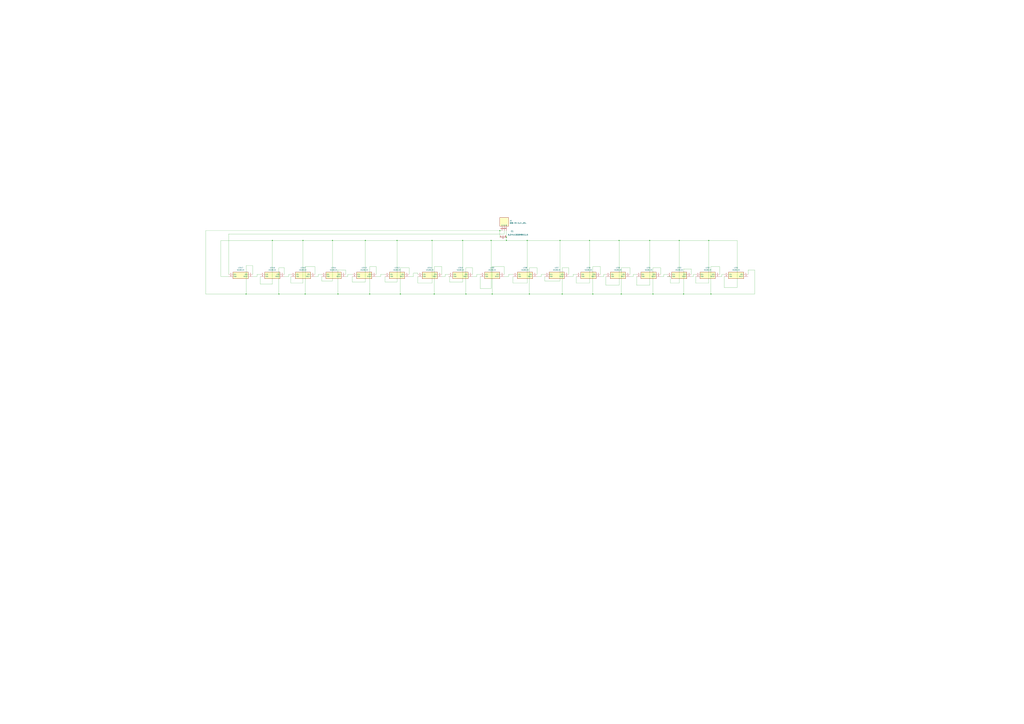
<source format=kicad_sch>
(kicad_sch
	(version 20241209)
	(generator "eeschema")
	(generator_version "8.99")
	(uuid "5044afc5-a67c-4c5e-9c93-1d782aedf554")
	(paper "A0")
	(lib_symbols
		(symbol "6.3YXJ1000M8X11.5:6.3YXJ1000M8X11.5"
			(pin_names
				(offset 0.254)
			)
			(exclude_from_sim no)
			(in_bom yes)
			(on_board yes)
			(property "Reference" "C"
				(at 3.81 3.81 0)
				(effects
					(font
						(size 1.524 1.524)
					)
				)
			)
			(property "Value" "6.3YXJ1000M8X11.5"
				(at 3.81 -3.81 0)
				(effects
					(font
						(size 1.524 1.524)
					)
				)
			)
			(property "Footprint" "CAP_YX_8X11P5_RUB"
				(at 0 0 0)
				(effects
					(font
						(size 1.27 1.27)
						(italic yes)
					)
					(hide yes)
				)
			)
			(property "Datasheet" "6.3YXJ1000M8X11.5"
				(at 0 0 0)
				(effects
					(font
						(size 1.27 1.27)
						(italic yes)
					)
					(hide yes)
				)
			)
			(property "Description" ""
				(at 0 0 0)
				(effects
					(font
						(size 1.27 1.27)
					)
					(hide yes)
				)
			)
			(property "ki_locked" ""
				(at 0 0 0)
				(effects
					(font
						(size 1.27 1.27)
					)
				)
			)
			(property "ki_keywords" "6.3YXJ1000M8X11.5"
				(at 0 0 0)
				(effects
					(font
						(size 1.27 1.27)
					)
					(hide yes)
				)
			)
			(property "ki_fp_filters" "CAP_YX_8X11P5_RUB"
				(at 0 0 0)
				(effects
					(font
						(size 1.27 1.27)
					)
					(hide yes)
				)
			)
			(symbol "6.3YXJ1000M8X11.5_1_1"
				(polyline
					(pts
						(xy 2.54 0) (xy 3.4798 0)
					)
					(stroke
						(width 0.2032)
						(type default)
					)
					(fill
						(type none)
					)
				)
				(polyline
					(pts
						(xy 3.4798 -1.905) (xy 3.4798 1.905)
					)
					(stroke
						(width 0.2032)
						(type default)
					)
					(fill
						(type none)
					)
				)
				(polyline
					(pts
						(xy 4.1148 0) (xy 5.08 0)
					)
					(stroke
						(width 0.2032)
						(type default)
					)
					(fill
						(type none)
					)
				)
				(polyline
					(pts
						(xy 4.1148 -1.905) (xy 4.1148 1.905)
					)
					(stroke
						(width 0.2032)
						(type default)
					)
					(fill
						(type none)
					)
				)
				(pin unspecified line
					(at 0 0 0)
					(length 2.54)
					(name ""
						(effects
							(font
								(size 1.27 1.27)
							)
						)
					)
					(number "1"
						(effects
							(font
								(size 1.27 1.27)
							)
						)
					)
				)
				(pin unspecified line
					(at 7.62 0 180)
					(length 2.54)
					(name ""
						(effects
							(font
								(size 1.27 1.27)
							)
						)
					)
					(number "2"
						(effects
							(font
								(size 1.27 1.27)
							)
						)
					)
				)
			)
			(symbol "6.3YXJ1000M8X11.5_1_2"
				(polyline
					(pts
						(xy -1.905 -3.4798) (xy 1.905 -3.4798)
					)
					(stroke
						(width 0.2032)
						(type default)
					)
					(fill
						(type none)
					)
				)
				(polyline
					(pts
						(xy -1.905 -4.1148) (xy 1.905 -4.1148)
					)
					(stroke
						(width 0.2032)
						(type default)
					)
					(fill
						(type none)
					)
				)
				(polyline
					(pts
						(xy 0 -2.54) (xy 0 -3.4798)
					)
					(stroke
						(width 0.2032)
						(type default)
					)
					(fill
						(type none)
					)
				)
				(polyline
					(pts
						(xy 0 -4.1148) (xy 0 -5.08)
					)
					(stroke
						(width 0.2032)
						(type default)
					)
					(fill
						(type none)
					)
				)
				(pin unspecified line
					(at 0 0 270)
					(length 2.54)
					(name ""
						(effects
							(font
								(size 1.27 1.27)
							)
						)
					)
					(number "1"
						(effects
							(font
								(size 1.27 1.27)
							)
						)
					)
				)
				(pin unspecified line
					(at 0 -7.62 90)
					(length 2.54)
					(name ""
						(effects
							(font
								(size 1.27 1.27)
							)
						)
					)
					(number "2"
						(effects
							(font
								(size 1.27 1.27)
							)
						)
					)
				)
			)
			(embedded_fonts no)
		)
		(symbol "JST-XH 3 Pin:B3B-XH-A_LF__SN_"
			(exclude_from_sim no)
			(in_bom yes)
			(on_board yes)
			(property "Reference" "J"
				(at 16.51 7.62 0)
				(effects
					(font
						(size 1.27 1.27)
					)
					(justify left top)
				)
			)
			(property "Value" "B3B-XH-A_LF__SN_"
				(at 16.51 5.08 0)
				(effects
					(font
						(size 1.27 1.27)
					)
					(justify left top)
				)
			)
			(property "Footprint" "B3BXHALFSN"
				(at 16.51 -94.92 0)
				(effects
					(font
						(size 1.27 1.27)
					)
					(justify left top)
					(hide yes)
				)
			)
			(property "Datasheet" "https://datasheet.lcsc.com/szlcsc/1812131720_JST-Sales-America-B3B-XH-A-LF-SN_C144394.pdf"
				(at 16.51 -194.92 0)
				(effects
					(font
						(size 1.27 1.27)
					)
					(justify left top)
					(hide yes)
				)
			)
			(property "Description" "CONN HEADER VERT 3POS 2.5MM"
				(at 0 0 0)
				(effects
					(font
						(size 1.27 1.27)
					)
					(hide yes)
				)
			)
			(property "Height" "7"
				(at 16.51 -394.92 0)
				(effects
					(font
						(size 1.27 1.27)
					)
					(justify left top)
					(hide yes)
				)
			)
			(property "Manufacturer_Name" "JST (JAPAN SOLDERLESS TERMINALS)"
				(at 16.51 -494.92 0)
				(effects
					(font
						(size 1.27 1.27)
					)
					(justify left top)
					(hide yes)
				)
			)
			(property "Manufacturer_Part_Number" "B3B-XH-A(LF)(SN)"
				(at 16.51 -594.92 0)
				(effects
					(font
						(size 1.27 1.27)
					)
					(justify left top)
					(hide yes)
				)
			)
			(property "Mouser Part Number" "306-B3BXHALFSNP"
				(at 16.51 -694.92 0)
				(effects
					(font
						(size 1.27 1.27)
					)
					(justify left top)
					(hide yes)
				)
			)
			(property "Mouser Price/Stock" "https://www.mouser.co.uk/ProductDetail/JST-Commercial/B3B-XH-ALFSN?qs=cdbOS8ANM9BVkoboCCIEMQ%3D%3D"
				(at 16.51 -794.92 0)
				(effects
					(font
						(size 1.27 1.27)
					)
					(justify left top)
					(hide yes)
				)
			)
			(property "Arrow Part Number" "B3B-XH-A(LF)(SN)"
				(at 16.51 -894.92 0)
				(effects
					(font
						(size 1.27 1.27)
					)
					(justify left top)
					(hide yes)
				)
			)
			(property "Arrow Price/Stock" "https://www.arrow.com/en/products/b3b-xh-a-lf-sn/jst-manufacturing?utm_currency=USD&region=europe"
				(at 16.51 -994.92 0)
				(effects
					(font
						(size 1.27 1.27)
					)
					(justify left top)
					(hide yes)
				)
			)
			(symbol "B3B-XH-A_LF__SN__1_1"
				(rectangle
					(start 5.08 2.54)
					(end 15.24 -7.62)
					(stroke
						(width 0.254)
						(type default)
					)
					(fill
						(type background)
					)
				)
				(pin passive line
					(at 0 0 0)
					(length 5.08)
					(name "1"
						(effects
							(font
								(size 1.27 1.27)
							)
						)
					)
					(number "1"
						(effects
							(font
								(size 1.27 1.27)
							)
						)
					)
				)
				(pin passive line
					(at 0 -2.54 0)
					(length 5.08)
					(name "2"
						(effects
							(font
								(size 1.27 1.27)
							)
						)
					)
					(number "2"
						(effects
							(font
								(size 1.27 1.27)
							)
						)
					)
				)
				(pin passive line
					(at 0 -5.08 0)
					(length 5.08)
					(name "3"
						(effects
							(font
								(size 1.27 1.27)
							)
						)
					)
					(number "3"
						(effects
							(font
								(size 1.27 1.27)
							)
						)
					)
				)
			)
			(embedded_fonts no)
		)
		(symbol "WS2812C:WS2812C"
			(exclude_from_sim no)
			(in_bom yes)
			(on_board yes)
			(property "Reference" "LED"
				(at 24.13 7.62 0)
				(effects
					(font
						(size 1.27 1.27)
					)
					(justify left top)
				)
			)
			(property "Value" "WS2812C"
				(at 24.13 5.08 0)
				(effects
					(font
						(size 1.27 1.27)
					)
					(justify left top)
				)
			)
			(property "Footprint" "WS2812C"
				(at 24.13 -94.92 0)
				(effects
					(font
						(size 1.27 1.27)
					)
					(justify left top)
					(hide yes)
				)
			)
			(property "Datasheet" "https://www.tme.eu/hu/details/ws2812c/szines-smd-led-diodak/worldsemi/"
				(at 24.13 -194.92 0)
				(effects
					(font
						(size 1.27 1.27)
					)
					(justify left top)
					(hide yes)
				)
			)
			(property "Description" "Programmable LED; SMD; 5050, PLCC4; RGB; 5x5x1.6mm; DMX 512"
				(at 0 0 0)
				(effects
					(font
						(size 1.27 1.27)
					)
					(hide yes)
				)
			)
			(property "Height" "1.62"
				(at 24.13 -394.92 0)
				(effects
					(font
						(size 1.27 1.27)
					)
					(justify left top)
					(hide yes)
				)
			)
			(property "Manufacturer_Name" "Worldsemi"
				(at 24.13 -494.92 0)
				(effects
					(font
						(size 1.27 1.27)
					)
					(justify left top)
					(hide yes)
				)
			)
			(property "Manufacturer_Part_Number" "WS2812C"
				(at 24.13 -594.92 0)
				(effects
					(font
						(size 1.27 1.27)
					)
					(justify left top)
					(hide yes)
				)
			)
			(property "Mouser Part Number" ""
				(at 24.13 -694.92 0)
				(effects
					(font
						(size 1.27 1.27)
					)
					(justify left top)
					(hide yes)
				)
			)
			(property "Mouser Price/Stock" ""
				(at 24.13 -794.92 0)
				(effects
					(font
						(size 1.27 1.27)
					)
					(justify left top)
					(hide yes)
				)
			)
			(property "Arrow Part Number" ""
				(at 24.13 -894.92 0)
				(effects
					(font
						(size 1.27 1.27)
					)
					(justify left top)
					(hide yes)
				)
			)
			(property "Arrow Price/Stock" ""
				(at 24.13 -994.92 0)
				(effects
					(font
						(size 1.27 1.27)
					)
					(justify left top)
					(hide yes)
				)
			)
			(symbol "WS2812C_1_1"
				(rectangle
					(start 5.08 2.54)
					(end 22.86 -5.08)
					(stroke
						(width 0.254)
						(type default)
					)
					(fill
						(type background)
					)
				)
				(pin passive line
					(at 0 0 0)
					(length 5.08)
					(name "VDD"
						(effects
							(font
								(size 1.27 1.27)
							)
						)
					)
					(number "1"
						(effects
							(font
								(size 1.27 1.27)
							)
						)
					)
				)
				(pin passive line
					(at 0 -2.54 0)
					(length 5.08)
					(name "DOUT"
						(effects
							(font
								(size 1.27 1.27)
							)
						)
					)
					(number "2"
						(effects
							(font
								(size 1.27 1.27)
							)
						)
					)
				)
				(pin passive line
					(at 27.94 0 180)
					(length 5.08)
					(name "DIN"
						(effects
							(font
								(size 1.27 1.27)
							)
						)
					)
					(number "4"
						(effects
							(font
								(size 1.27 1.27)
							)
						)
					)
				)
				(pin passive line
					(at 27.94 -2.54 180)
					(length 5.08)
					(name "VSS"
						(effects
							(font
								(size 1.27 1.27)
							)
						)
					)
					(number "3"
						(effects
							(font
								(size 1.27 1.27)
							)
						)
					)
				)
			)
			(embedded_fonts no)
		)
	)
	(junction
		(at 570.23 279.4)
		(diameter 0)
		(color 0 0 0 0)
		(uuid "040316a8-226f-4895-b915-be3770da2899")
	)
	(junction
		(at 464.82 341.63)
		(diameter 0)
		(color 0 0 0 0)
		(uuid "0e05287f-0e9e-4982-bd5f-d7879d98aeae")
	)
	(junction
		(at 351.79 279.4)
		(diameter 0)
		(color 0 0 0 0)
		(uuid "15c5fee6-54b5-4976-af70-937b3d664b2a")
	)
	(junction
		(at 504.19 341.63)
		(diameter 0)
		(color 0 0 0 0)
		(uuid "31e5158b-b12f-4e00-bc08-28dbdfd6d5da")
	)
	(junction
		(at 718.82 279.4)
		(diameter 0)
		(color 0 0 0 0)
		(uuid "378856f2-35c8-402a-a8f1-718acac8c642")
	)
	(junction
		(at 652.78 341.63)
		(diameter 0)
		(color 0 0 0 0)
		(uuid "3ad8e010-dc92-486c-8f55-434642b71500")
	)
	(junction
		(at 541.02 341.63)
		(diameter 0)
		(color 0 0 0 0)
		(uuid "3b7a7034-ac2a-41a0-b907-59960ea2ce27")
	)
	(junction
		(at 614.68 341.63)
		(diameter 0)
		(color 0 0 0 0)
		(uuid "572a8365-ec6e-4c4d-ba8b-db501c66127f")
	)
	(junction
		(at 588.01 275.59)
		(diameter 0)
		(color 0 0 0 0)
		(uuid "5a5cc2e9-7064-4aad-b6ca-42ea3597fba8")
	)
	(junction
		(at 684.53 279.4)
		(diameter 0)
		(color 0 0 0 0)
		(uuid "777db7ce-6f03-4a64-a503-ba1b4a40b99b")
	)
	(junction
		(at 424.18 279.4)
		(diameter 0)
		(color 0 0 0 0)
		(uuid "7baf5936-ce4d-459b-bbce-af861666f90f")
	)
	(junction
		(at 612.14 279.4)
		(diameter 0)
		(color 0 0 0 0)
		(uuid "7f10c781-07a7-4365-b9c7-4841a3035108")
	)
	(junction
		(at 793.75 341.63)
		(diameter 0)
		(color 0 0 0 0)
		(uuid "831de374-573d-43ed-9dd0-f7ebce9617f8")
	)
	(junction
		(at 386.08 279.4)
		(diameter 0)
		(color 0 0 0 0)
		(uuid "84c47d6d-1bc7-4666-9ba0-4f7a6fb1d64e")
	)
	(junction
		(at 429.26 341.63)
		(diameter 0)
		(color 0 0 0 0)
		(uuid "87fd4030-014b-42dd-9e2c-180eb6c029f8")
	)
	(junction
		(at 822.96 279.4)
		(diameter 0)
		(color 0 0 0 0)
		(uuid "88223ad0-57b9-43eb-b63c-2350a132a767")
	)
	(junction
		(at 537.21 279.4)
		(diameter 0)
		(color 0 0 0 0)
		(uuid "8959889f-5687-4322-a451-fbc36b2db50e")
	)
	(junction
		(at 788.67 279.4)
		(diameter 0)
		(color 0 0 0 0)
		(uuid "91e8f57a-87bb-4a42-be15-2a8c17df020f")
	)
	(junction
		(at 721.36 341.63)
		(diameter 0)
		(color 0 0 0 0)
		(uuid "a671d2e5-2186-4a46-a847-1f81dca5c980")
	)
	(junction
		(at 758.19 341.63)
		(diameter 0)
		(color 0 0 0 0)
		(uuid "a6b670ec-7c8d-4ec2-8d93-11443271775f")
	)
	(junction
		(at 501.65 279.4)
		(diameter 0)
		(color 0 0 0 0)
		(uuid "a74a7bb9-31f2-4377-b37c-2ecf18b27e82")
	)
	(junction
		(at 354.33 341.63)
		(diameter 0)
		(color 0 0 0 0)
		(uuid "b41e10c2-019a-4629-aa13-7f2f22692525")
	)
	(junction
		(at 754.38 279.4)
		(diameter 0)
		(color 0 0 0 0)
		(uuid "c2661d23-731c-4329-ae48-b991b4d91e94")
	)
	(junction
		(at 571.5 341.63)
		(diameter 0)
		(color 0 0 0 0)
		(uuid "c5e8b375-41fc-4501-94be-ac4f9d997c37")
	)
	(junction
		(at 461.01 279.4)
		(diameter 0)
		(color 0 0 0 0)
		(uuid "c6ae85e7-88a5-4c3c-aa9c-324b951c07c1")
	)
	(junction
		(at 285.75 341.63)
		(diameter 0)
		(color 0 0 0 0)
		(uuid "c723af81-3859-41af-aef4-f4e9f2c49722")
	)
	(junction
		(at 650.24 279.4)
		(diameter 0)
		(color 0 0 0 0)
		(uuid "d16b673d-a1d5-48d6-8264-2b12b0e2f6f4")
	)
	(junction
		(at 316.23 279.4)
		(diameter 0)
		(color 0 0 0 0)
		(uuid "dcfa058a-e6f8-4ab3-aac5-062bb7722531")
	)
	(junction
		(at 825.5 341.63)
		(diameter 0)
		(color 0 0 0 0)
		(uuid "e4038227-a4fd-4703-bd24-a7c6efcf5894")
	)
	(junction
		(at 688.34 341.63)
		(diameter 0)
		(color 0 0 0 0)
		(uuid "e57e8217-1624-4b2f-8b18-6df66749a520")
	)
	(junction
		(at 588.01 279.4)
		(diameter 0)
		(color 0 0 0 0)
		(uuid "e6608376-c2f6-467d-84d4-cc652737016f")
	)
	(junction
		(at 392.43 341.63)
		(diameter 0)
		(color 0 0 0 0)
		(uuid "edb9ce90-f840-47e3-87cb-dc657b0866e7")
	)
	(junction
		(at 580.39 267.97)
		(diameter 0)
		(color 0 0 0 0)
		(uuid "f7c46d2b-4447-4271-90a4-0451b53e169c")
	)
	(junction
		(at 323.85 341.63)
		(diameter 0)
		(color 0 0 0 0)
		(uuid "fb74bb88-cba8-45f9-83a3-b11e51891d65")
	)
	(wire
		(pts
			(xy 265.43 271.78) (xy 265.43 318.77)
		)
		(stroke
			(width 0)
			(type default)
		)
		(uuid "00022b85-e567-40af-b587-b3d44ba8a83b")
	)
	(wire
		(pts
			(xy 718.82 279.4) (xy 754.38 279.4)
		)
		(stroke
			(width 0)
			(type default)
		)
		(uuid "00a2a12c-dbae-46a4-93d7-e27b5aa8d171")
	)
	(wire
		(pts
			(xy 337.82 328.93) (xy 351.79 328.93)
		)
		(stroke
			(width 0)
			(type default)
		)
		(uuid "031d7a5f-9b6e-4d95-ba95-4a744181787f")
	)
	(wire
		(pts
			(xy 697.23 321.31) (xy 701.04 321.31)
		)
		(stroke
			(width 0)
			(type default)
		)
		(uuid "0456cee4-cc39-4c18-8fb4-d010556a0138")
	)
	(wire
		(pts
			(xy 703.58 321.31) (xy 703.58 331.47)
		)
		(stroke
			(width 0)
			(type default)
		)
		(uuid "0a64476a-fd12-4640-aa31-414d8bf85c2f")
	)
	(wire
		(pts
			(xy 650.24 279.4) (xy 684.53 279.4)
		)
		(stroke
			(width 0)
			(type default)
		)
		(uuid "0ae376d2-3f9d-4539-8de7-ffb01bd5f687")
	)
	(wire
		(pts
			(xy 788.67 328.93) (xy 788.67 279.4)
		)
		(stroke
			(width 0)
			(type default)
		)
		(uuid "0c74b628-ae48-480a-b6ee-d4b83df4e657")
	)
	(wire
		(pts
			(xy 557.53 335.28) (xy 570.23 335.28)
		)
		(stroke
			(width 0)
			(type default)
		)
		(uuid "0caf9096-58c5-4153-a4a4-0dfeef087710")
	)
	(wire
		(pts
			(xy 335.28 318.77) (xy 337.82 318.77)
		)
		(stroke
			(width 0)
			(type default)
		)
		(uuid "0da8c386-e010-4ae1-9744-e17ad11c5063")
	)
	(wire
		(pts
			(xy 665.48 318.77) (xy 669.29 318.77)
		)
		(stroke
			(width 0)
			(type default)
		)
		(uuid "0f2c2703-3556-4815-a52e-76341d4c9566")
	)
	(wire
		(pts
			(xy 835.66 321.31) (xy 838.2 321.31)
		)
		(stroke
			(width 0)
			(type default)
		)
		(uuid "0f3b6491-abe3-491c-88f0-ee099276c54b")
	)
	(wire
		(pts
			(xy 464.82 311.15) (xy 464.82 341.63)
		)
		(stroke
			(width 0)
			(type default)
		)
		(uuid "10f2e97f-8768-4f51-b4ad-993469e554e4")
	)
	(wire
		(pts
			(xy 504.19 309.88) (xy 504.19 341.63)
		)
		(stroke
			(width 0)
			(type default)
		)
		(uuid "16860b4c-bc98-4306-a1d0-c3adc2a8281b")
	)
	(wire
		(pts
			(xy 585.47 267.97) (xy 585.47 271.78)
		)
		(stroke
			(width 0)
			(type default)
		)
		(uuid "16a3a816-2adc-4283-9157-27e15cdcd1f8")
	)
	(wire
		(pts
			(xy 665.48 321.31) (xy 665.48 318.77)
		)
		(stroke
			(width 0)
			(type default)
		)
		(uuid "16dabb52-b945-4c97-81e5-412c570990d8")
	)
	(wire
		(pts
			(xy 403.86 321.31) (xy 403.86 318.77)
		)
		(stroke
			(width 0)
			(type default)
		)
		(uuid "185dc8ff-a428-4144-94cc-7397c5f29645")
	)
	(wire
		(pts
			(xy 825.5 341.63) (xy 876.3 341.63)
		)
		(stroke
			(width 0)
			(type default)
		)
		(uuid "1b045de0-cc99-452a-8a16-db56377524ee")
	)
	(wire
		(pts
			(xy 447.04 327.66) (xy 461.01 327.66)
		)
		(stroke
			(width 0)
			(type default)
		)
		(uuid "1c5e30f9-5ac6-4519-8e15-7d9912f6fd86")
	)
	(wire
		(pts
			(xy 501.65 328.93) (xy 501.65 279.4)
		)
		(stroke
			(width 0)
			(type default)
		)
		(uuid "1c839f38-2498-4e83-9c98-6b42c691b9ca")
	)
	(wire
		(pts
			(xy 548.64 311.15) (xy 541.02 311.15)
		)
		(stroke
			(width 0)
			(type default)
		)
		(uuid "1cdb5f08-6782-406e-819c-3722589d2946")
	)
	(wire
		(pts
			(xy 316.23 330.2) (xy 316.23 279.4)
		)
		(stroke
			(width 0)
			(type default)
		)
		(uuid "1d017d75-a005-4390-bd3b-353efb84c20a")
	)
	(wire
		(pts
			(xy 501.65 279.4) (xy 537.21 279.4)
		)
		(stroke
			(width 0)
			(type default)
		)
		(uuid "1d2b06d2-5bd9-470e-83a9-b37c5a5f6649")
	)
	(wire
		(pts
			(xy 623.57 321.31) (xy 628.65 321.31)
		)
		(stroke
			(width 0)
			(type default)
		)
		(uuid "1e29393f-ceb9-40d2-bdaa-f029c90850cf")
	)
	(wire
		(pts
			(xy 238.76 267.97) (xy 580.39 267.97)
		)
		(stroke
			(width 0)
			(type default)
		)
		(uuid "1ef3b40f-b214-4a39-a903-339b2f6dae58")
	)
	(wire
		(pts
			(xy 436.88 309.88) (xy 429.26 309.88)
		)
		(stroke
			(width 0)
			(type default)
		)
		(uuid "1f113832-55b4-491e-91c7-eff8dcc5b62d")
	)
	(wire
		(pts
			(xy 802.64 318.77) (xy 802.64 312.42)
		)
		(stroke
			(width 0)
			(type default)
		)
		(uuid "1f449e13-b640-4c13-a572-95b596bb9b48")
	)
	(wire
		(pts
			(xy 386.08 279.4) (xy 351.79 279.4)
		)
		(stroke
			(width 0)
			(type default)
		)
		(uuid "2140aa16-06fc-4956-adb2-43543cd5072a")
	)
	(wire
		(pts
			(xy 570.23 279.4) (xy 588.01 279.4)
		)
		(stroke
			(width 0)
			(type default)
		)
		(uuid "21d7dd0b-311a-4ac8-9c6c-fe6f2f18e547")
	)
	(wire
		(pts
			(xy 767.08 321.31) (xy 770.89 321.31)
		)
		(stroke
			(width 0)
			(type default)
		)
		(uuid "22013f0c-b677-4775-b492-722a85d5cd1d")
	)
	(wire
		(pts
			(xy 386.08 279.4) (xy 386.08 326.39)
		)
		(stroke
			(width 0)
			(type default)
		)
		(uuid "239ff799-7659-4839-b138-c4f4578e794d")
	)
	(wire
		(pts
			(xy 424.18 279.4) (xy 424.18 327.66)
		)
		(stroke
			(width 0)
			(type default)
		)
		(uuid "240e23a9-9cf6-43b0-a5b3-4cc4964ec294")
	)
	(wire
		(pts
			(xy 585.47 318.77) (xy 585.47 309.88)
		)
		(stroke
			(width 0)
			(type default)
		)
		(uuid "241ae481-f31c-4f21-825b-d4b3aedc1be3")
	)
	(wire
		(pts
			(xy 585.47 321.31) (xy 590.55 321.31)
		)
		(stroke
			(width 0)
			(type default)
		)
		(uuid "26795503-dfb5-431f-ae07-986345f82f5b")
	)
	(wire
		(pts
			(xy 793.75 341.63) (xy 825.5 341.63)
		)
		(stroke
			(width 0)
			(type default)
		)
		(uuid "2792593b-4889-4885-b7db-7f0b41b7777d")
	)
	(wire
		(pts
			(xy 429.26 309.88) (xy 429.26 341.63)
		)
		(stroke
			(width 0)
			(type default)
		)
		(uuid "27ad3724-8788-448d-a595-b8cd1ca682d8")
	)
	(wire
		(pts
			(xy 436.88 321.31) (xy 441.96 321.31)
		)
		(stroke
			(width 0)
			(type default)
		)
		(uuid "288b45ce-7a7a-4b8e-8eb5-c7e75c98e676")
	)
	(wire
		(pts
			(xy 373.38 321.31) (xy 373.38 326.39)
		)
		(stroke
			(width 0)
			(type default)
		)
		(uuid "2bd0db94-63f5-491a-9c22-85819cb68e70")
	)
	(wire
		(pts
			(xy 447.04 321.31) (xy 447.04 327.66)
		)
		(stroke
			(width 0)
			(type default)
		)
		(uuid "2e5bf13b-c893-4583-a48f-5df0cf5ac5a0")
	)
	(wire
		(pts
			(xy 835.66 318.77) (xy 835.66 309.88)
		)
		(stroke
			(width 0)
			(type default)
		)
		(uuid "304709b0-0897-49f5-a7f2-c370af53c7a8")
	)
	(wire
		(pts
			(xy 855.98 279.4) (xy 855.98 334.01)
		)
		(stroke
			(width 0)
			(type default)
		)
		(uuid "3369ab34-03a3-474b-a97a-ca78a178dc1c")
	)
	(wire
		(pts
			(xy 758.19 341.63) (xy 793.75 341.63)
		)
		(stroke
			(width 0)
			(type default)
		)
		(uuid "34e69dd1-3427-4666-8d50-4ef2b8651eb1")
	)
	(wire
		(pts
			(xy 770.89 321.31) (xy 770.89 318.77)
		)
		(stroke
			(width 0)
			(type default)
		)
		(uuid "37b559f7-7973-4957-a510-fdf51fb4856d")
	)
	(wire
		(pts
			(xy 770.89 318.77) (xy 774.7 318.77)
		)
		(stroke
			(width 0)
			(type default)
		)
		(uuid "3811ea77-fbca-4889-9c0c-d3080eb1b24b")
	)
	(wire
		(pts
			(xy 474.98 311.15) (xy 464.82 311.15)
		)
		(stroke
			(width 0)
			(type default)
		)
		(uuid "3a6d3612-4325-4429-bfff-b53c67ab55e8")
	)
	(wire
		(pts
			(xy 807.72 328.93) (xy 822.96 328.93)
		)
		(stroke
			(width 0)
			(type default)
		)
		(uuid "3c7cc7fc-bb3f-4136-b1d5-aebfa47232c5")
	)
	(wire
		(pts
			(xy 660.4 318.77) (xy 660.4 311.15)
		)
		(stroke
			(width 0)
			(type default)
		)
		(uuid "3e52a661-2143-41a2-a334-e3fe0178a954")
	)
	(wire
		(pts
			(xy 330.2 318.77) (xy 330.2 311.15)
		)
		(stroke
			(width 0)
			(type default)
		)
		(uuid "3ee7928e-0714-4283-bbeb-ccc87fc9ae6b")
	)
	(wire
		(pts
			(xy 365.76 321.31) (xy 369.57 321.31)
		)
		(stroke
			(width 0)
			(type default)
		)
		(uuid "3f3d52f0-2756-4e6c-a705-0cbedb32131a")
	)
	(wire
		(pts
			(xy 588.01 279.4) (xy 612.14 279.4)
		)
		(stroke
			(width 0)
			(type default)
		)
		(uuid "3f4dc930-ea4f-47e4-8e37-cfdd26b63557")
	)
	(wire
		(pts
			(xy 767.08 318.77) (xy 767.08 311.15)
		)
		(stroke
			(width 0)
			(type default)
		)
		(uuid "410a7429-6124-4b91-8310-a8de580db7ce")
	)
	(wire
		(pts
			(xy 238.76 341.63) (xy 238.76 267.97)
		)
		(stroke
			(width 0)
			(type default)
		)
		(uuid "428cf0df-ea33-4c88-8ffb-7a798ff1664a")
	)
	(wire
		(pts
			(xy 585.47 309.88) (xy 571.5 309.88)
		)
		(stroke
			(width 0)
			(type default)
		)
		(uuid "46b74295-9d5a-48ab-9b94-11956e116e94")
	)
	(wire
		(pts
			(xy 802.64 321.31) (xy 805.18 321.31)
		)
		(stroke
			(width 0)
			(type default)
		)
		(uuid "483b8156-68c3-4128-9a83-59d8ed7dd357")
	)
	(wire
		(pts
			(xy 485.14 321.31) (xy 485.14 328.93)
		)
		(stroke
			(width 0)
			(type default)
		)
		(uuid "49bc5f2d-acc6-41bf-bfba-d7876e6edc9c")
	)
	(wire
		(pts
			(xy 316.23 279.4) (xy 351.79 279.4)
		)
		(stroke
			(width 0)
			(type default)
		)
		(uuid "4a653ba2-8821-4250-98f0-c34249c17e47")
	)
	(wire
		(pts
			(xy 553.72 318.77) (xy 557.53 318.77)
		)
		(stroke
			(width 0)
			(type default)
		)
		(uuid "4f5d08c9-76c9-40d9-b9a8-2b2f81555d6c")
	)
	(wire
		(pts
			(xy 876.3 313.69) (xy 868.68 313.69)
		)
		(stroke
			(width 0)
			(type default)
		)
		(uuid "5053e660-6046-4f76-a1e5-2add38593a9b")
	)
	(wire
		(pts
			(xy 623.57 311.15) (xy 614.68 311.15)
		)
		(stroke
			(width 0)
			(type default)
		)
		(uuid "50829753-ecf5-4f06-961c-95608f4eb72a")
	)
	(wire
		(pts
			(xy 838.2 318.77) (xy 840.74 318.77)
		)
		(stroke
			(width 0)
			(type default)
		)
		(uuid "556744e0-3e21-4c70-aaa4-a5dfd031db8e")
	)
	(wire
		(pts
			(xy 461.01 279.4) (xy 461.01 327.66)
		)
		(stroke
			(width 0)
			(type default)
		)
		(uuid "58427bca-96f3-4fe9-9f03-1467a440119c")
	)
	(wire
		(pts
			(xy 767.08 311.15) (xy 758.19 311.15)
		)
		(stroke
			(width 0)
			(type default)
		)
		(uuid "5a587edd-f1c3-4783-89d7-c99c4158dc6b")
	)
	(wire
		(pts
			(xy 302.26 330.2) (xy 316.23 330.2)
		)
		(stroke
			(width 0)
			(type default)
		)
		(uuid "5ab70407-9a34-4479-bf2f-c65fe9e4424f")
	)
	(wire
		(pts
			(xy 825.5 309.88) (xy 825.5 341.63)
		)
		(stroke
			(width 0)
			(type default)
		)
		(uuid "5bfac664-2dd1-4b60-a8b9-11dc097a9c39")
	)
	(wire
		(pts
			(xy 868.68 313.69) (xy 868.68 318.77)
		)
		(stroke
			(width 0)
			(type default)
		)
		(uuid "5c780a4f-dd42-4799-8483-ef7ddc7902dc")
	)
	(wire
		(pts
			(xy 513.08 321.31) (xy 516.89 321.31)
		)
		(stroke
			(width 0)
			(type default)
		)
		(uuid "5cd14789-962b-41d3-8672-8c89e70a6533")
	)
	(wire
		(pts
			(xy 595.63 321.31) (xy 595.63 328.93)
		)
		(stroke
			(width 0)
			(type default)
		)
		(uuid "5d2ff8c3-2737-42e6-9c2e-a56b14f5f115")
	)
	(wire
		(pts
			(xy 855.98 334.01) (xy 840.74 334.01)
		)
		(stroke
			(width 0)
			(type default)
		)
		(uuid "5dad34e5-d0a2-4e93-824b-2b10a6a92873")
	)
	(wire
		(pts
			(xy 537.21 279.4) (xy 570.23 279.4)
		)
		(stroke
			(width 0)
			(type default)
		)
		(uuid "5ea20be6-e607-40d4-b59c-1871f561da8d")
	)
	(wire
		(pts
			(xy 285.75 308.61) (xy 293.37 308.61)
		)
		(stroke
			(width 0)
			(type default)
		)
		(uuid "60a79a83-5d70-4b55-b5e2-fc27bac545a7")
	)
	(wire
		(pts
			(xy 513.08 318.77) (xy 513.08 309.88)
		)
		(stroke
			(width 0)
			(type default)
		)
		(uuid "661d1ea1-2582-41f9-9e0e-da0f42e20098")
	)
	(wire
		(pts
			(xy 739.14 331.47) (xy 754.38 331.47)
		)
		(stroke
			(width 0)
			(type default)
		)
		(uuid "69804459-984f-4432-9b1a-8084230849f6")
	)
	(wire
		(pts
			(xy 580.39 267.97) (xy 580.39 275.59)
		)
		(stroke
			(width 0)
			(type default)
		)
		(uuid "69df2a5e-1a8c-4d6e-ba8b-6e446c4310b6")
	)
	(wire
		(pts
			(xy 701.04 321.31) (xy 701.04 318.77)
		)
		(stroke
			(width 0)
			(type default)
		)
		(uuid "6b6c4c0f-5adc-4651-9c5e-befbee94549f")
	)
	(wire
		(pts
			(xy 553.72 321.31) (xy 553.72 318.77)
		)
		(stroke
			(width 0)
			(type default)
		)
		(uuid "6bc653b8-7936-4527-ad28-e35598694ece")
	)
	(wire
		(pts
			(xy 354.33 341.63) (xy 392.43 341.63)
		)
		(stroke
			(width 0)
			(type default)
		)
		(uuid "6c16f064-804f-4a8d-a863-e4aeb6316b44")
	)
	(wire
		(pts
			(xy 401.32 318.77) (xy 401.32 313.69)
		)
		(stroke
			(width 0)
			(type default)
		)
		(uuid "703dbba2-00a4-4e1a-a3b6-41547eeb6eff")
	)
	(wire
		(pts
			(xy 590.55 321.31) (xy 590.55 318.77)
		)
		(stroke
			(width 0)
			(type default)
		)
		(uuid "73c4ef87-4eb4-4938-be4f-a7c391ea712f")
	)
	(wire
		(pts
			(xy 365.76 318.77) (xy 365.76 309.88)
		)
		(stroke
			(width 0)
			(type default)
		)
		(uuid "7aa328f5-99a5-4c47-9746-4c12e6c76489")
	)
	(wire
		(pts
			(xy 541.02 341.63) (xy 571.5 341.63)
		)
		(stroke
			(width 0)
			(type default)
		)
		(uuid "7b89d36e-8118-4c30-918e-9012e1fd2270")
	)
	(wire
		(pts
			(xy 256.54 279.4) (xy 316.23 279.4)
		)
		(stroke
			(width 0)
			(type default)
		)
		(uuid "7c82427e-3f36-4801-ab36-fe6d531903ec")
	)
	(wire
		(pts
			(xy 365.76 309.88) (xy 354.33 309.88)
		)
		(stroke
			(width 0)
			(type default)
		)
		(uuid "7cad94c2-72c8-4694-8298-676f2151ed82")
	)
	(wire
		(pts
			(xy 660.4 321.31) (xy 665.48 321.31)
		)
		(stroke
			(width 0)
			(type default)
		)
		(uuid "7f57bfa1-9188-4f06-a2b4-5a98fe6a1860")
	)
	(wire
		(pts
			(xy 697.23 318.77) (xy 697.23 309.88)
		)
		(stroke
			(width 0)
			(type default)
		)
		(uuid "81167536-02d4-46df-8f03-645ce825f52a")
	)
	(wire
		(pts
			(xy 351.79 279.4) (xy 351.79 328.93)
		)
		(stroke
			(width 0)
			(type default)
		)
		(uuid "8177cd59-2e24-4039-9975-1269f59d939d")
	)
	(wire
		(pts
			(xy 441.96 321.31) (xy 441.96 318.77)
		)
		(stroke
			(width 0)
			(type default)
		)
		(uuid "81b4e4ec-cf03-4d0f-a529-c6ffce258cd2")
	)
	(wire
		(pts
			(xy 838.2 321.31) (xy 838.2 318.77)
		)
		(stroke
			(width 0)
			(type default)
		)
		(uuid "8226aa18-d80f-4d2c-9eed-f4fc5d77590c")
	)
	(wire
		(pts
			(xy 504.19 341.63) (xy 541.02 341.63)
		)
		(stroke
			(width 0)
			(type default)
		)
		(uuid "8398fee8-c3e7-45ff-96e6-3a4f5aac6cd0")
	)
	(wire
		(pts
			(xy 401.32 321.31) (xy 403.86 321.31)
		)
		(stroke
			(width 0)
			(type default)
		)
		(uuid "8430d3f0-3fd0-4e5a-964a-0c1b902f9a27")
	)
	(wire
		(pts
			(xy 588.01 275.59) (xy 588.01 279.4)
		)
		(stroke
			(width 0)
			(type default)
		)
		(uuid "844534b3-f8ba-4554-8c97-7903a45bc8d5")
	)
	(wire
		(pts
			(xy 480.06 317.5) (xy 485.14 317.5)
		)
		(stroke
			(width 0)
			(type default)
		)
		(uuid "84aaf136-ef7c-4af2-bd6c-6b09278a9187")
	)
	(wire
		(pts
			(xy 548.64 318.77) (xy 548.64 311.15)
		)
		(stroke
			(width 0)
			(type default)
		)
		(uuid "8582e676-8ffb-462d-b87b-0aef80970112")
	)
	(wire
		(pts
			(xy 669.29 328.93) (xy 684.53 328.93)
		)
		(stroke
			(width 0)
			(type default)
		)
		(uuid "86b2fc2e-6cc1-41f4-835a-49fe189e6adb")
	)
	(wire
		(pts
			(xy 285.75 341.63) (xy 238.76 341.63)
		)
		(stroke
			(width 0)
			(type default)
		)
		(uuid "87094743-5cf4-42d3-8055-58d93f1995fd")
	)
	(wire
		(pts
			(xy 570.23 279.4) (xy 570.23 335.28)
		)
		(stroke
			(width 0)
			(type default)
		)
		(uuid "87e31053-6b7b-42c1-825c-313316f7630c")
	)
	(wire
		(pts
			(xy 293.37 321.31) (xy 298.45 321.31)
		)
		(stroke
			(width 0)
			(type default)
		)
		(uuid "88295c86-e651-46c5-8583-be53bbd26b5b")
	)
	(wire
		(pts
			(xy 474.98 321.31) (xy 480.06 321.31)
		)
		(stroke
			(width 0)
			(type default)
		)
		(uuid "88f9ba6d-4ce2-4209-9c45-02212fa1d270")
	)
	(wire
		(pts
			(xy 697.23 309.88) (xy 688.34 309.88)
		)
		(stroke
			(width 0)
			(type default)
		)
		(uuid "899740ec-92d7-4eda-b39f-43693ff39761")
	)
	(wire
		(pts
			(xy 504.19 309.88) (xy 513.08 309.88)
		)
		(stroke
			(width 0)
			(type default)
		)
		(uuid "89d2cfb5-d4a5-420a-9546-3ad65af04774")
	)
	(wire
		(pts
			(xy 739.14 321.31) (xy 739.14 331.47)
		)
		(stroke
			(width 0)
			(type default)
		)
		(uuid "8b132c32-77c4-4fb1-8e30-f114fc616d5d")
	)
	(wire
		(pts
			(xy 628.65 321.31) (xy 628.65 318.77)
		)
		(stroke
			(width 0)
			(type default)
		)
		(uuid "8b1896af-c3c6-455e-ab58-10310287769f")
	)
	(wire
		(pts
			(xy 256.54 321.31) (xy 265.43 321.31)
		)
		(stroke
			(width 0)
			(type default)
		)
		(uuid "8bb9d4e6-9389-4e8d-b747-96a2241d14f1")
	)
	(wire
		(pts
			(xy 588.01 267.97) (xy 588.01 275.59)
		)
		(stroke
			(width 0)
			(type default)
		)
		(uuid "8c7008ac-5dd7-4753-8ee7-0003698e56ab")
	)
	(wire
		(pts
			(xy 330.2 321.31) (xy 335.28 321.31)
		)
		(stroke
			(width 0)
			(type default)
		)
		(uuid "8cb93dee-328a-4453-967f-96c0c643b27e")
	)
	(wire
		(pts
			(xy 614.68 311.15) (xy 614.68 341.63)
		)
		(stroke
			(width 0)
			(type default)
		)
		(uuid "8cb99f50-45e2-4e0b-b576-979c88e16932")
	)
	(wire
		(pts
			(xy 731.52 321.31) (xy 735.33 321.31)
		)
		(stroke
			(width 0)
			(type default)
		)
		(uuid "8cd84517-6b50-41d3-a287-3253f717229e")
	)
	(wire
		(pts
			(xy 461.01 279.4) (xy 501.65 279.4)
		)
		(stroke
			(width 0)
			(type default)
		)
		(uuid "8d51f8b8-915b-475c-94f3-95cc53513ae2")
	)
	(wire
		(pts
			(xy 256.54 279.4) (xy 256.54 321.31)
		)
		(stroke
			(width 0)
			(type default)
		)
		(uuid "8ddc8eee-044d-4adc-9ee5-53c8259c5aa4")
	)
	(wire
		(pts
			(xy 614.68 341.63) (xy 652.78 341.63)
		)
		(stroke
			(width 0)
			(type default)
		)
		(uuid "8df8df17-2b2a-48c0-8e47-d4512b86232d")
	)
	(wire
		(pts
			(xy 595.63 328.93) (xy 612.14 328.93)
		)
		(stroke
			(width 0)
			(type default)
		)
		(uuid "8e00ae54-0676-4acb-9244-402c6aa226b7")
	)
	(wire
		(pts
			(xy 684.53 279.4) (xy 684.53 328.93)
		)
		(stroke
			(width 0)
			(type default)
		)
		(uuid "8e145bae-71c2-4ce6-bb12-0ee66d379595")
	)
	(wire
		(pts
			(xy 441.96 318.77) (xy 447.04 318.77)
		)
		(stroke
			(width 0)
			(type default)
		)
		(uuid "8e3bdcdf-de63-4d1e-97c7-183a98468322")
	)
	(wire
		(pts
			(xy 731.52 311.15) (xy 721.36 311.15)
		)
		(stroke
			(width 0)
			(type default)
		)
		(uuid "8ef26be2-b49d-4bc0-becb-94e9e768cd57")
	)
	(wire
		(pts
			(xy 652.78 341.63) (xy 688.34 341.63)
		)
		(stroke
			(width 0)
			(type default)
		)
		(uuid "904fc104-3037-460e-90cc-da1f9458f73f")
	)
	(wire
		(pts
			(xy 424.18 279.4) (xy 386.08 279.4)
		)
		(stroke
			(width 0)
			(type default)
		)
		(uuid "905ffe3c-4c19-4e85-a79c-9c686b6828f9")
	)
	(wire
		(pts
			(xy 323.85 311.15) (xy 323.85 341.63)
		)
		(stroke
			(width 0)
			(type default)
		)
		(uuid "93eada96-a863-4726-8a4f-9a35be135732")
	)
	(wire
		(pts
			(xy 516.89 318.77) (xy 520.7 318.77)
		)
		(stroke
			(width 0)
			(type default)
		)
		(uuid "93ffb221-1527-427f-9752-2a6ff68fe45d")
	)
	(wire
		(pts
			(xy 480.06 321.31) (xy 480.06 317.5)
		)
		(stroke
			(width 0)
			(type default)
		)
		(uuid "9400e660-5849-4d0e-85be-09da15dbfedc")
	)
	(wire
		(pts
			(xy 805.18 321.31) (xy 805.18 318.77)
		)
		(stroke
			(width 0)
			(type default)
		)
		(uuid "94c9c953-17a3-407d-9bd7-707f9fdce14f")
	)
	(wire
		(pts
			(xy 403.86 318.77) (xy 408.94 318.77)
		)
		(stroke
			(width 0)
			(type default)
		)
		(uuid "95247414-2b06-475b-b02c-4126bfa6eead")
	)
	(wire
		(pts
			(xy 541.02 311.15) (xy 541.02 341.63)
		)
		(stroke
			(width 0)
			(type default)
		)
		(uuid "9562c9cf-37d5-4c73-8f81-9a4b2e60d23e")
	)
	(wire
		(pts
			(xy 461.01 279.4) (xy 424.18 279.4)
		)
		(stroke
			(width 0)
			(type default)
		)
		(uuid "95c88514-ecac-4b09-9b1b-1b4ba0315fea")
	)
	(wire
		(pts
			(xy 557.53 321.31) (xy 557.53 335.28)
		)
		(stroke
			(width 0)
			(type default)
		)
		(uuid "961c8d45-af7b-442b-a22d-2f2cb02795cd")
	)
	(wire
		(pts
			(xy 464.82 341.63) (xy 504.19 341.63)
		)
		(stroke
			(width 0)
			(type default)
		)
		(uuid "9640942f-65d0-42ea-90a3-f1715683d9fb")
	)
	(wire
		(pts
			(xy 521.97 321.31) (xy 521.97 327.66)
		)
		(stroke
			(width 0)
			(type default)
		)
		(uuid "976e69f4-9867-4a64-9826-97f223cca633")
	)
	(wire
		(pts
			(xy 436.88 318.77) (xy 436.88 309.88)
		)
		(stroke
			(width 0)
			(type default)
		)
		(uuid "97cf252a-7618-46bb-b8f2-94002611a79c")
	)
	(wire
		(pts
			(xy 721.36 311.15) (xy 721.36 341.63)
		)
		(stroke
			(width 0)
			(type default)
		)
		(uuid "97d9f804-b1a7-47a4-85f1-0f0e3190fa2d")
	)
	(wire
		(pts
			(xy 285.75 308.61) (xy 285.75 341.63)
		)
		(stroke
			(width 0)
			(type default)
		)
		(uuid "9bbc3da2-d7e0-441a-af5a-94745de081f1")
	)
	(wire
		(pts
			(xy 652.78 311.15) (xy 652.78 341.63)
		)
		(stroke
			(width 0)
			(type default)
		)
		(uuid "9cd9ce72-8ef7-44d0-b4f8-26530ab87802")
	)
	(wire
		(pts
			(xy 392.43 313.69) (xy 392.43 341.63)
		)
		(stroke
			(width 0)
			(type default)
		)
		(uuid "9d069d22-e451-4839-94d3-8f01fe68ecae")
	)
	(wire
		(pts
			(xy 330.2 311.15) (xy 323.85 311.15)
		)
		(stroke
			(width 0)
			(type default)
		)
		(uuid "9f93dbc8-cdd5-4545-a507-f6a2c159b230")
	)
	(wire
		(pts
			(xy 335.28 321.31) (xy 335.28 318.77)
		)
		(stroke
			(width 0)
			(type default)
		)
		(uuid "a1770885-adda-4186-b8aa-998a166ecb77")
	)
	(wire
		(pts
			(xy 721.36 341.63) (xy 758.19 341.63)
		)
		(stroke
			(width 0)
			(type default)
		)
		(uuid "a1e4c475-7313-4afa-877a-d7b9db5e522f")
	)
	(wire
		(pts
			(xy 840.74 321.31) (xy 840.74 334.01)
		)
		(stroke
			(width 0)
			(type default)
		)
		(uuid "a2b90656-dce0-4647-9465-c80cc9f8e39c")
	)
	(wire
		(pts
			(xy 401.32 313.69) (xy 392.43 313.69)
		)
		(stroke
			(width 0)
			(type default)
		)
		(uuid "a443472f-6803-4bf9-9a62-176fc2b8336e")
	)
	(wire
		(pts
			(xy 392.43 341.63) (xy 429.26 341.63)
		)
		(stroke
			(width 0)
			(type default)
		)
		(uuid "a4b0ec44-8a96-4bee-af41-29cfd4e07bd7")
	)
	(wire
		(pts
			(xy 735.33 321.31) (xy 735.33 318.77)
		)
		(stroke
			(width 0)
			(type default)
		)
		(uuid "a7bb08f9-0235-4c59-8991-8fc1c1667291")
	)
	(wire
		(pts
			(xy 548.64 321.31) (xy 553.72 321.31)
		)
		(stroke
			(width 0)
			(type default)
		)
		(uuid "aa73fba4-971e-4388-b2c4-56301fbe37b3")
	)
	(wire
		(pts
			(xy 521.97 327.66) (xy 537.21 327.66)
		)
		(stroke
			(width 0)
			(type default)
		)
		(uuid "aaef94e2-de46-490d-8802-8f078125dfc3")
	)
	(wire
		(pts
			(xy 805.18 318.77) (xy 807.72 318.77)
		)
		(stroke
			(width 0)
			(type default)
		)
		(uuid "ada394b9-ff4d-4811-8c3a-a3e2c18eed06")
	)
	(wire
		(pts
			(xy 688.34 341.63) (xy 721.36 341.63)
		)
		(stroke
			(width 0)
			(type default)
		)
		(uuid "b021496b-8eaf-498c-a44b-69eb3087fe2e")
	)
	(wire
		(pts
			(xy 650.24 326.39) (xy 650.24 279.4)
		)
		(stroke
			(width 0)
			(type default)
		)
		(uuid "b1ad8cd5-97b0-422f-a2db-c3404e016715")
	)
	(wire
		(pts
			(xy 632.46 321.31) (xy 632.46 326.39)
		)
		(stroke
			(width 0)
			(type default)
		)
		(uuid "b21c5e55-b144-418a-b389-b4312d6d29d7")
	)
	(wire
		(pts
			(xy 298.45 318.77) (xy 302.26 318.77)
		)
		(stroke
			(width 0)
			(type default)
		)
		(uuid "b35741e5-54c0-4bce-9558-061bf1fda2e0")
	)
	(wire
		(pts
			(xy 285.75 341.63) (xy 323.85 341.63)
		)
		(stroke
			(width 0)
			(type default)
		)
		(uuid "b40fb987-61a4-47a6-b6a4-45c13dc9bb57")
	)
	(wire
		(pts
			(xy 754.38 279.4) (xy 788.67 279.4)
		)
		(stroke
			(width 0)
			(type default)
		)
		(uuid "b78ce49c-01bf-489f-8c38-03d0a2a214a3")
	)
	(wire
		(pts
			(xy 807.72 321.31) (xy 807.72 328.93)
		)
		(stroke
			(width 0)
			(type default)
		)
		(uuid "b7c7a5ea-45f0-4255-983b-7c2aad04fe20")
	)
	(wire
		(pts
			(xy 408.94 327.66) (xy 424.18 327.66)
		)
		(stroke
			(width 0)
			(type default)
		)
		(uuid "b7e7e134-009b-4c16-9f23-1c250dc7e69d")
	)
	(wire
		(pts
			(xy 293.37 318.77) (xy 293.37 308.61)
		)
		(stroke
			(width 0)
			(type default)
		)
		(uuid "bc4e6eb4-89bd-4afd-b308-6cf4c8653e15")
	)
	(wire
		(pts
			(xy 429.26 341.63) (xy 464.82 341.63)
		)
		(stroke
			(width 0)
			(type default)
		)
		(uuid "bce98e94-c145-4e7d-b124-01684f5487c9")
	)
	(wire
		(pts
			(xy 369.57 318.77) (xy 373.38 318.77)
		)
		(stroke
			(width 0)
			(type default)
		)
		(uuid "bd295aef-bc31-4d8c-aef3-5308862fc29d")
	)
	(wire
		(pts
			(xy 758.19 311.15) (xy 758.19 341.63)
		)
		(stroke
			(width 0)
			(type default)
		)
		(uuid "bd932991-06bb-47cf-aa23-2dfb0e7b1a2c")
	)
	(wire
		(pts
			(xy 669.29 321.31) (xy 669.29 328.93)
		)
		(stroke
			(width 0)
			(type default)
		)
		(uuid "be5359cc-2147-4edf-982c-cb5736920162")
	)
	(wire
		(pts
			(xy 485.14 328.93) (xy 501.65 328.93)
		)
		(stroke
			(width 0)
			(type default)
		)
		(uuid "be7b96e2-9e78-4004-9746-3dc95aba3d81")
	)
	(wire
		(pts
			(xy 369.57 321.31) (xy 369.57 318.77)
		)
		(stroke
			(width 0)
			(type default)
		)
		(uuid "bffa862d-b3d3-46b7-bdaa-10ab7ffb5f06")
	)
	(wire
		(pts
			(xy 408.94 321.31) (xy 408.94 327.66)
		)
		(stroke
			(width 0)
			(type default)
		)
		(uuid "c0bdc80f-8381-49f5-a4e8-a231f531f8b7")
	)
	(wire
		(pts
			(xy 701.04 318.77) (xy 703.58 318.77)
		)
		(stroke
			(width 0)
			(type default)
		)
		(uuid "c319b67b-125c-4c98-9ee8-bac52c00bd83")
	)
	(wire
		(pts
			(xy 684.53 279.4) (xy 718.82 279.4)
		)
		(stroke
			(width 0)
			(type default)
		)
		(uuid "c404f676-a781-477b-931d-a3fd06de697f")
	)
	(wire
		(pts
			(xy 354.33 309.88) (xy 354.33 341.63)
		)
		(stroke
			(width 0)
			(type default)
		)
		(uuid "c505b602-2219-4b2b-9008-a1d76c35716e")
	)
	(wire
		(pts
			(xy 302.26 321.31) (xy 302.26 330.2)
		)
		(stroke
			(width 0)
			(type default)
		)
		(uuid "c58dc0ca-79bf-40ce-8c99-5cf957e62056")
	)
	(wire
		(pts
			(xy 632.46 326.39) (xy 650.24 326.39)
		)
		(stroke
			(width 0)
			(type default)
		)
		(uuid "c62f9b7e-20d9-4142-b5c6-24d8cfc5d9be")
	)
	(wire
		(pts
			(xy 585.47 271.78) (xy 265.43 271.78)
		)
		(stroke
			(width 0)
			(type default)
		)
		(uuid "c7b2e15f-1597-4478-bc86-c4982262bc18")
	)
	(wire
		(pts
			(xy 835.66 309.88) (xy 825.5 309.88)
		)
		(stroke
			(width 0)
			(type default)
		)
		(uuid "c7c40d48-218c-4885-aadf-c646ac7f79a1")
	)
	(wire
		(pts
			(xy 337.82 321.31) (xy 337.82 328.93)
		)
		(stroke
			(width 0)
			(type default)
		)
		(uuid "c9ff0f68-2785-4c93-8b0d-8d14a83a1b44")
	)
	(wire
		(pts
			(xy 788.67 279.4) (xy 822.96 279.4)
		)
		(stroke
			(width 0)
			(type default)
		)
		(uuid "ca2203d0-08b1-4689-8c00-d7acea34f2d4")
	)
	(wire
		(pts
			(xy 774.7 321.31) (xy 778.51 321.31)
		)
		(stroke
			(width 0)
			(type default)
		)
		(uuid "ca623e6a-acf3-4ce7-a619-e255cd3b6c9d")
	)
	(wire
		(pts
			(xy 802.64 312.42) (xy 793.75 312.42)
		)
		(stroke
			(width 0)
			(type default)
		)
		(uuid "cf684f73-8969-494c-a462-10ccaa498d86")
	)
	(wire
		(pts
			(xy 623.57 318.77) (xy 623.57 311.15)
		)
		(stroke
			(width 0)
			(type default)
		)
		(uuid "cf6b8c6a-2c58-43b3-b0e4-eee80ffec2d7")
	)
	(wire
		(pts
			(xy 373.38 326.39) (xy 386.08 326.39)
		)
		(stroke
			(width 0)
			(type default)
		)
		(uuid "d3b804a5-0668-4dec-97f0-2ded2b434606")
	)
	(wire
		(pts
			(xy 612.14 279.4) (xy 612.14 328.93)
		)
		(stroke
			(width 0)
			(type default)
		)
		(uuid "d5dc68d6-ced9-4602-b1f0-6cf062a83dc3")
	)
	(wire
		(pts
			(xy 822.96 279.4) (xy 855.98 279.4)
		)
		(stroke
			(width 0)
			(type default)
		)
		(uuid "d61cb966-24ad-4734-92db-546c289795ea")
	)
	(wire
		(pts
			(xy 571.5 341.63) (xy 614.68 341.63)
		)
		(stroke
			(width 0)
			(type default)
		)
		(uuid "d6b21b42-56a2-4511-b66a-97e8f3115b78")
	)
	(wire
		(pts
			(xy 822.96 328.93) (xy 822.96 279.4)
		)
		(stroke
			(width 0)
			(type default)
		)
		(uuid "de506758-2bf2-4253-b948-08be5212bda2")
	)
	(wire
		(pts
			(xy 754.38 279.4) (xy 754.38 331.47)
		)
		(stroke
			(width 0)
			(type default)
		)
		(uuid "e093cde8-1f18-4d12-9bee-5f14d467a18f")
	)
	(wire
		(pts
			(xy 298.45 321.31) (xy 298.45 318.77)
		)
		(stroke
			(width 0)
			(type default)
		)
		(uuid "e1ea80f9-c878-43b1-9732-a0a473eff6d8")
	)
	(wire
		(pts
			(xy 571.5 309.88) (xy 571.5 341.63)
		)
		(stroke
			(width 0)
			(type default)
		)
		(uuid "e409a074-b7e4-49df-9e9a-9d6c222a5c4b")
	)
	(wire
		(pts
			(xy 660.4 311.15) (xy 652.78 311.15)
		)
		(stroke
			(width 0)
			(type default)
		)
		(uuid "e84702a9-b07e-46cf-98a2-93f0ba409ec9")
	)
	(wire
		(pts
			(xy 474.98 318.77) (xy 474.98 311.15)
		)
		(stroke
			(width 0)
			(type default)
		)
		(uuid "e8b3293b-494a-4fa8-8596-81edac7209e3")
	)
	(wire
		(pts
			(xy 735.33 318.77) (xy 739.14 318.77)
		)
		(stroke
			(width 0)
			(type default)
		)
		(uuid "e8c9d481-646b-4d8b-a963-dfa1a9a9be63")
	)
	(wire
		(pts
			(xy 628.65 318.77) (xy 632.46 318.77)
		)
		(stroke
			(width 0)
			(type default)
		)
		(uuid "e8d68727-bcca-4703-8142-86be168f943b")
	)
	(wire
		(pts
			(xy 703.58 331.47) (xy 718.82 331.47)
		)
		(stroke
			(width 0)
			(type default)
		)
		(uuid "e97576cf-e604-4729-ae85-20d34a19b756")
	)
	(wire
		(pts
			(xy 485.14 317.5) (xy 485.14 318.77)
		)
		(stroke
			(width 0)
			(type default)
		)
		(uuid "e9f8ab80-c9d7-4a78-b2b1-9a56a36e5939")
	)
	(wire
		(pts
			(xy 516.89 321.31) (xy 516.89 318.77)
		)
		(stroke
			(width 0)
			(type default)
		)
		(uuid "eab69e98-d866-4992-9b02-fc54095d7172")
	)
	(wire
		(pts
			(xy 793.75 312.42) (xy 793.75 341.63)
		)
		(stroke
			(width 0)
			(type default)
		)
		(uuid "eac21766-1bcd-4480-863e-17a32199b17b")
	)
	(wire
		(pts
			(xy 537.21 327.66) (xy 537.21 279.4)
		)
		(stroke
			(width 0)
			(type default)
		)
		(uuid "f1db4026-65b1-43f4-8a77-fe097bf8725c")
	)
	(wire
		(pts
			(xy 580.39 267.97) (xy 582.93 267.97)
		)
		(stroke
			(width 0)
			(type default)
		)
		(uuid "f31128af-5ed0-413f-b020-3d6e4bdf5637")
	)
	(wire
		(pts
			(xy 876.3 341.63) (xy 876.3 313.69)
		)
		(stroke
			(width 0)
			(type default)
		)
		(uuid "f3df4a13-8cc7-410d-a342-3001022526f7")
	)
	(wire
		(pts
			(xy 778.51 321.31) (xy 778.51 328.93)
		)
		(stroke
			(width 0)
			(type default)
		)
		(uuid "f6179c36-f1fb-4e17-87f7-cbc73303cca8")
	)
	(wire
		(pts
			(xy 778.51 328.93) (xy 788.67 328.93)
		)
		(stroke
			(width 0)
			(type default)
		)
		(uuid "f7e6e38a-6676-4c64-be80-47aef1bc963d")
	)
	(wire
		(pts
			(xy 590.55 318.77) (xy 595.63 318.77)
		)
		(stroke
			(width 0)
			(type default)
		)
		(uuid "f8b7e1dc-4e89-464f-bbfa-f03cc020b5fe")
	)
	(wire
		(pts
			(xy 688.34 309.88) (xy 688.34 341.63)
		)
		(stroke
			(width 0)
			(type default)
		)
		(uuid "f9060f5e-29b4-4b19-97ee-12b28e221414")
	)
	(wire
		(pts
			(xy 323.85 341.63) (xy 354.33 341.63)
		)
		(stroke
			(width 0)
			(type default)
		)
		(uuid "fadc9ecb-fb26-499d-be4b-0cfaec93ce50")
	)
	(wire
		(pts
			(xy 731.52 318.77) (xy 731.52 311.15)
		)
		(stroke
			(width 0)
			(type default)
		)
		(uuid "fb503fe0-9d7a-4c81-ba73-d8dd8a0d2238")
	)
	(wire
		(pts
			(xy 718.82 279.4) (xy 718.82 331.47)
		)
		(stroke
			(width 0)
			(type default)
		)
		(uuid "fc013baf-faff-4663-a525-e90ea6c01edd")
	)
	(wire
		(pts
			(xy 612.14 279.4) (xy 650.24 279.4)
		)
		(stroke
			(width 0)
			(type default)
		)
		(uuid "ff6f40c8-3bd4-4bad-a13c-7cd2ac6b5df7")
	)
	(symbol
		(lib_id "WS2812C:WS2812C")
		(at 835.66 318.77 0)
		(mirror y)
		(unit 1)
		(exclude_from_sim no)
		(in_bom yes)
		(on_board yes)
		(dnp no)
		(fields_autoplaced yes)
		(uuid "06457f44-a3c3-458d-b08b-90b2a8a6e081")
		(property "Reference" "LED2"
			(at 821.69 311.15 0)
			(effects
				(font
					(size 1.27 1.27)
				)
			)
		)
		(property "Value" "WS2812C"
			(at 821.69 313.69 0)
			(effects
				(font
					(size 1.27 1.27)
				)
			)
		)
		(property "Footprint" "WS2182C:WS2812C"
			(at 811.53 413.69 0)
			(effects
				(font
					(size 1.27 1.27)
				)
				(justify left top)
				(hide yes)
			)
		)
		(property "Datasheet" "https://www.tme.eu/hu/details/ws2812c/szines-smd-led-diodak/worldsemi/"
			(at 811.53 513.69 0)
			(effects
				(font
					(size 1.27 1.27)
				)
				(justify left top)
				(hide yes)
			)
		)
		(property "Description" "Programmable LED; SMD; 5050, PLCC4; RGB; 5x5x1.6mm; DMX 512"
			(at 835.66 318.77 0)
			(effects
				(font
					(size 1.27 1.27)
				)
				(hide yes)
			)
		)
		(property "Height" "1.62"
			(at 811.53 713.69 0)
			(effects
				(font
					(size 1.27 1.27)
				)
				(justify left top)
				(hide yes)
			)
		)
		(property "Manufacturer_Name" "Worldsemi"
			(at 811.53 813.69 0)
			(effects
				(font
					(size 1.27 1.27)
				)
				(justify left top)
				(hide yes)
			)
		)
		(property "Manufacturer_Part_Number" "WS2812C"
			(at 811.53 913.69 0)
			(effects
				(font
					(size 1.27 1.27)
				)
				(justify left top)
				(hide yes)
			)
		)
		(property "Mouser Part Number" ""
			(at 811.53 1013.69 0)
			(effects
				(font
					(size 1.27 1.27)
				)
				(justify left top)
				(hide yes)
			)
		)
		(property "Mouser Price/Stock" ""
			(at 811.53 1113.69 0)
			(effects
				(font
					(size 1.27 1.27)
				)
				(justify left top)
				(hide yes)
			)
		)
		(property "Arrow Part Number" ""
			(at 811.53 1213.69 0)
			(effects
				(font
					(size 1.27 1.27)
				)
				(justify left top)
				(hide yes)
			)
		)
		(property "Arrow Price/Stock" ""
			(at 811.53 1313.69 0)
			(effects
				(font
					(size 1.27 1.27)
				)
				(justify left top)
				(hide yes)
			)
		)
		(pin "1"
			(uuid "2d515784-c529-4991-982c-f97fde6be845")
		)
		(pin "3"
			(uuid "b73e5657-304d-4857-8940-ffd9fb9d22b2")
		)
		(pin "4"
			(uuid "b849bc94-8afd-463e-8833-55cb8af1e2b8")
		)
		(pin "2"
			(uuid "6205865d-0432-4de5-88ad-be075a93edc7")
		)
		(instances
			(project ""
				(path "/5044afc5-a67c-4c5e-9c93-1d782aedf554"
					(reference "LED2")
					(unit 1)
				)
			)
		)
	)
	(symbol
		(lib_id "WS2812C:WS2812C")
		(at 731.52 318.77 0)
		(mirror y)
		(unit 1)
		(exclude_from_sim no)
		(in_bom yes)
		(on_board yes)
		(dnp no)
		(fields_autoplaced yes)
		(uuid "0bb1344d-4589-4654-b215-34989e997cca")
		(property "Reference" "LED5"
			(at 717.55 311.15 0)
			(effects
				(font
					(size 1.27 1.27)
				)
			)
		)
		(property "Value" "WS2812C"
			(at 717.55 313.69 0)
			(effects
				(font
					(size 1.27 1.27)
				)
			)
		)
		(property "Footprint" "WS2182C:WS2812C"
			(at 707.39 413.69 0)
			(effects
				(font
					(size 1.27 1.27)
				)
				(justify left top)
				(hide yes)
			)
		)
		(property "Datasheet" "https://www.tme.eu/hu/details/ws2812c/szines-smd-led-diodak/worldsemi/"
			(at 707.39 513.69 0)
			(effects
				(font
					(size 1.27 1.27)
				)
				(justify left top)
				(hide yes)
			)
		)
		(property "Description" "Programmable LED; SMD; 5050, PLCC4; RGB; 5x5x1.6mm; DMX 512"
			(at 731.52 318.77 0)
			(effects
				(font
					(size 1.27 1.27)
				)
				(hide yes)
			)
		)
		(property "Height" "1.62"
			(at 707.39 713.69 0)
			(effects
				(font
					(size 1.27 1.27)
				)
				(justify left top)
				(hide yes)
			)
		)
		(property "Manufacturer_Name" "Worldsemi"
			(at 707.39 813.69 0)
			(effects
				(font
					(size 1.27 1.27)
				)
				(justify left top)
				(hide yes)
			)
		)
		(property "Manufacturer_Part_Number" "WS2812C"
			(at 707.39 913.69 0)
			(effects
				(font
					(size 1.27 1.27)
				)
				(justify left top)
				(hide yes)
			)
		)
		(property "Mouser Part Number" ""
			(at 707.39 1013.69 0)
			(effects
				(font
					(size 1.27 1.27)
				)
				(justify left top)
				(hide yes)
			)
		)
		(property "Mouser Price/Stock" ""
			(at 707.39 1113.69 0)
			(effects
				(font
					(size 1.27 1.27)
				)
				(justify left top)
				(hide yes)
			)
		)
		(property "Arrow Part Number" ""
			(at 707.39 1213.69 0)
			(effects
				(font
					(size 1.27 1.27)
				)
				(justify left top)
				(hide yes)
			)
		)
		(property "Arrow Price/Stock" ""
			(at 707.39 1313.69 0)
			(effects
				(font
					(size 1.27 1.27)
				)
				(justify left top)
				(hide yes)
			)
		)
		(pin "1"
			(uuid "2d515784-c529-4991-982c-f97fde6be846")
		)
		(pin "3"
			(uuid "b73e5657-304d-4857-8940-ffd9fb9d22b3")
		)
		(pin "4"
			(uuid "b849bc94-8afd-463e-8833-55cb8af1e2b9")
		)
		(pin "2"
			(uuid "6205865d-0432-4de5-88ad-be075a93edc8")
		)
		(instances
			(project ""
				(path "/5044afc5-a67c-4c5e-9c93-1d782aedf554"
					(reference "LED5")
					(unit 1)
				)
			)
		)
	)
	(symbol
		(lib_id "WS2812C:WS2812C")
		(at 585.47 318.77 0)
		(mirror y)
		(unit 1)
		(exclude_from_sim no)
		(in_bom yes)
		(on_board yes)
		(dnp no)
		(fields_autoplaced yes)
		(uuid "1a0e81a9-94bc-4d2e-902a-8590e813620d")
		(property "Reference" "LED9"
			(at 571.5 311.15 0)
			(effects
				(font
					(size 1.27 1.27)
				)
			)
		)
		(property "Value" "WS2812C"
			(at 571.5 313.69 0)
			(effects
				(font
					(size 1.27 1.27)
				)
			)
		)
		(property "Footprint" "WS2182C:WS2812C"
			(at 561.34 413.69 0)
			(effects
				(font
					(size 1.27 1.27)
				)
				(justify left top)
				(hide yes)
			)
		)
		(property "Datasheet" "https://www.tme.eu/hu/details/ws2812c/szines-smd-led-diodak/worldsemi/"
			(at 561.34 513.69 0)
			(effects
				(font
					(size 1.27 1.27)
				)
				(justify left top)
				(hide yes)
			)
		)
		(property "Description" "Programmable LED; SMD; 5050, PLCC4; RGB; 5x5x1.6mm; DMX 512"
			(at 585.47 318.77 0)
			(effects
				(font
					(size 1.27 1.27)
				)
				(hide yes)
			)
		)
		(property "Height" "1.62"
			(at 561.34 713.69 0)
			(effects
				(font
					(size 1.27 1.27)
				)
				(justify left top)
				(hide yes)
			)
		)
		(property "Manufacturer_Name" "Worldsemi"
			(at 561.34 813.69 0)
			(effects
				(font
					(size 1.27 1.27)
				)
				(justify left top)
				(hide yes)
			)
		)
		(property "Manufacturer_Part_Number" "WS2812C"
			(at 561.34 913.69 0)
			(effects
				(font
					(size 1.27 1.27)
				)
				(justify left top)
				(hide yes)
			)
		)
		(property "Mouser Part Number" ""
			(at 561.34 1013.69 0)
			(effects
				(font
					(size 1.27 1.27)
				)
				(justify left top)
				(hide yes)
			)
		)
		(property "Mouser Price/Stock" ""
			(at 561.34 1113.69 0)
			(effects
				(font
					(size 1.27 1.27)
				)
				(justify left top)
				(hide yes)
			)
		)
		(property "Arrow Part Number" ""
			(at 561.34 1213.69 0)
			(effects
				(font
					(size 1.27 1.27)
				)
				(justify left top)
				(hide yes)
			)
		)
		(property "Arrow Price/Stock" ""
			(at 561.34 1313.69 0)
			(effects
				(font
					(size 1.27 1.27)
				)
				(justify left top)
				(hide yes)
			)
		)
		(pin "1"
			(uuid "2d515784-c529-4991-982c-f97fde6be847")
		)
		(pin "3"
			(uuid "b73e5657-304d-4857-8940-ffd9fb9d22b4")
		)
		(pin "4"
			(uuid "b849bc94-8afd-463e-8833-55cb8af1e2ba")
		)
		(pin "2"
			(uuid "6205865d-0432-4de5-88ad-be075a93edc9")
		)
		(instances
			(project ""
				(path "/5044afc5-a67c-4c5e-9c93-1d782aedf554"
					(reference "LED9")
					(unit 1)
				)
			)
		)
	)
	(symbol
		(lib_id "WS2812C:WS2812C")
		(at 802.64 318.77 0)
		(mirror y)
		(unit 1)
		(exclude_from_sim no)
		(in_bom yes)
		(on_board yes)
		(dnp no)
		(fields_autoplaced yes)
		(uuid "2641b1fb-cc38-441c-89e6-05549d1925de")
		(property "Reference" "LED3"
			(at 788.67 311.15 0)
			(effects
				(font
					(size 1.27 1.27)
				)
			)
		)
		(property "Value" "WS2812C"
			(at 788.67 313.69 0)
			(effects
				(font
					(size 1.27 1.27)
				)
			)
		)
		(property "Footprint" "WS2182C:WS2812C"
			(at 778.51 413.69 0)
			(effects
				(font
					(size 1.27 1.27)
				)
				(justify left top)
				(hide yes)
			)
		)
		(property "Datasheet" "https://www.tme.eu/hu/details/ws2812c/szines-smd-led-diodak/worldsemi/"
			(at 778.51 513.69 0)
			(effects
				(font
					(size 1.27 1.27)
				)
				(justify left top)
				(hide yes)
			)
		)
		(property "Description" "Programmable LED; SMD; 5050, PLCC4; RGB; 5x5x1.6mm; DMX 512"
			(at 802.64 318.77 0)
			(effects
				(font
					(size 1.27 1.27)
				)
				(hide yes)
			)
		)
		(property "Height" "1.62"
			(at 778.51 713.69 0)
			(effects
				(font
					(size 1.27 1.27)
				)
				(justify left top)
				(hide yes)
			)
		)
		(property "Manufacturer_Name" "Worldsemi"
			(at 778.51 813.69 0)
			(effects
				(font
					(size 1.27 1.27)
				)
				(justify left top)
				(hide yes)
			)
		)
		(property "Manufacturer_Part_Number" "WS2812C"
			(at 778.51 913.69 0)
			(effects
				(font
					(size 1.27 1.27)
				)
				(justify left top)
				(hide yes)
			)
		)
		(property "Mouser Part Number" ""
			(at 778.51 1013.69 0)
			(effects
				(font
					(size 1.27 1.27)
				)
				(justify left top)
				(hide yes)
			)
		)
		(property "Mouser Price/Stock" ""
			(at 778.51 1113.69 0)
			(effects
				(font
					(size 1.27 1.27)
				)
				(justify left top)
				(hide yes)
			)
		)
		(property "Arrow Part Number" ""
			(at 778.51 1213.69 0)
			(effects
				(font
					(size 1.27 1.27)
				)
				(justify left top)
				(hide yes)
			)
		)
		(property "Arrow Price/Stock" ""
			(at 778.51 1313.69 0)
			(effects
				(font
					(size 1.27 1.27)
				)
				(justify left top)
				(hide yes)
			)
		)
		(pin "1"
			(uuid "2d515784-c529-4991-982c-f97fde6be848")
		)
		(pin "3"
			(uuid "b73e5657-304d-4857-8940-ffd9fb9d22b5")
		)
		(pin "4"
			(uuid "b849bc94-8afd-463e-8833-55cb8af1e2bb")
		)
		(pin "2"
			(uuid "6205865d-0432-4de5-88ad-be075a93edca")
		)
		(instances
			(project ""
				(path "/5044afc5-a67c-4c5e-9c93-1d782aedf554"
					(reference "LED3")
					(unit 1)
				)
			)
		)
	)
	(symbol
		(lib_id "JST-XH 3 Pin:B3B-XH-A_LF__SN_")
		(at 582.93 267.97 90)
		(unit 1)
		(exclude_from_sim no)
		(in_bom yes)
		(on_board yes)
		(dnp no)
		(fields_autoplaced yes)
		(uuid "2d9ae9f1-30e2-479a-91a2-f409e2ddfcdf")
		(property "Reference" "J1"
			(at 591.82 256.5399 90)
			(effects
				(font
					(size 1.27 1.27)
				)
				(justify right)
			)
		)
		(property "Value" "B3B-XH-A_LF__SN_"
			(at 591.82 259.0799 90)
			(effects
				(font
					(size 1.27 1.27)
				)
				(justify right)
			)
		)
		(property "Footprint" "JST XH 3 Pin:B3BXHALFSN"
			(at 677.85 251.46 0)
			(effects
				(font
					(size 1.27 1.27)
				)
				(justify left top)
				(hide yes)
			)
		)
		(property "Datasheet" "https://datasheet.lcsc.com/szlcsc/1812131720_JST-Sales-America-B3B-XH-A-LF-SN_C144394.pdf"
			(at 777.85 251.46 0)
			(effects
				(font
					(size 1.27 1.27)
				)
				(justify left top)
				(hide yes)
			)
		)
		(property "Description" "CONN HEADER VERT 3POS 2.5MM"
			(at 582.93 267.97 0)
			(effects
				(font
					(size 1.27 1.27)
				)
				(hide yes)
			)
		)
		(property "Height" "7"
			(at 977.85 251.46 0)
			(effects
				(font
					(size 1.27 1.27)
				)
				(justify left top)
				(hide yes)
			)
		)
		(property "Manufacturer_Name" "JST (JAPAN SOLDERLESS TERMINALS)"
			(at 1077.85 251.46 0)
			(effects
				(font
					(size 1.27 1.27)
				)
				(justify left top)
				(hide yes)
			)
		)
		(property "Manufacturer_Part_Number" "B3B-XH-A(LF)(SN)"
			(at 1177.85 251.46 0)
			(effects
				(font
					(size 1.27 1.27)
				)
				(justify left top)
				(hide yes)
			)
		)
		(property "Mouser Part Number" "306-B3BXHALFSNP"
			(at 1277.85 251.46 0)
			(effects
				(font
					(size 1.27 1.27)
				)
				(justify left top)
				(hide yes)
			)
		)
		(property "Mouser Price/Stock" "https://www.mouser.co.uk/ProductDetail/JST-Commercial/B3B-XH-ALFSN?qs=cdbOS8ANM9BVkoboCCIEMQ%3D%3D"
			(at 1377.85 251.46 0)
			(effects
				(font
					(size 1.27 1.27)
				)
				(justify left top)
				(hide yes)
			)
		)
		(property "Arrow Part Number" "B3B-XH-A(LF)(SN)"
			(at 1477.85 251.46 0)
			(effects
				(font
					(size 1.27 1.27)
				)
				(justify left top)
				(hide yes)
			)
		)
		(property "Arrow Price/Stock" "https://www.arrow.com/en/products/b3b-xh-a-lf-sn/jst-manufacturing?utm_currency=USD&region=europe"
			(at 1577.85 251.46 0)
			(effects
				(font
					(size 1.27 1.27)
				)
				(justify left top)
				(hide yes)
			)
		)
		(pin "3"
			(uuid "34754658-63d1-4f54-8af4-62c6b69d0ca1")
		)
		(pin "2"
			(uuid "f1ca7f31-167c-40fa-8a14-2737a169dc89")
		)
		(pin "1"
			(uuid "7fde8d07-3ff5-4600-881b-baf96d8bc831")
		)
		(instances
			(project ""
				(path "/5044afc5-a67c-4c5e-9c93-1d782aedf554"
					(reference "J1")
					(unit 1)
				)
			)
		)
	)
	(symbol
		(lib_id "WS2812C:WS2812C")
		(at 365.76 318.77 0)
		(mirror y)
		(unit 1)
		(exclude_from_sim no)
		(in_bom yes)
		(on_board yes)
		(dnp no)
		(fields_autoplaced yes)
		(uuid "3768a01c-29cc-424b-a9f6-d38006d30cf3")
		(property "Reference" "LED15"
			(at 351.79 311.15 0)
			(effects
				(font
					(size 1.27 1.27)
				)
			)
		)
		(property "Value" "WS2812C"
			(at 351.79 313.69 0)
			(effects
				(font
					(size 1.27 1.27)
				)
			)
		)
		(property "Footprint" "WS2182C:WS2812C"
			(at 341.63 413.69 0)
			(effects
				(font
					(size 1.27 1.27)
				)
				(justify left top)
				(hide yes)
			)
		)
		(property "Datasheet" "https://www.tme.eu/hu/details/ws2812c/szines-smd-led-diodak/worldsemi/"
			(at 341.63 513.69 0)
			(effects
				(font
					(size 1.27 1.27)
				)
				(justify left top)
				(hide yes)
			)
		)
		(property "Description" "Programmable LED; SMD; 5050, PLCC4; RGB; 5x5x1.6mm; DMX 512"
			(at 365.76 318.77 0)
			(effects
				(font
					(size 1.27 1.27)
				)
				(hide yes)
			)
		)
		(property "Height" "1.62"
			(at 341.63 713.69 0)
			(effects
				(font
					(size 1.27 1.27)
				)
				(justify left top)
				(hide yes)
			)
		)
		(property "Manufacturer_Name" "Worldsemi"
			(at 341.63 813.69 0)
			(effects
				(font
					(size 1.27 1.27)
				)
				(justify left top)
				(hide yes)
			)
		)
		(property "Manufacturer_Part_Number" "WS2812C"
			(at 341.63 913.69 0)
			(effects
				(font
					(size 1.27 1.27)
				)
				(justify left top)
				(hide yes)
			)
		)
		(property "Mouser Part Number" ""
			(at 341.63 1013.69 0)
			(effects
				(font
					(size 1.27 1.27)
				)
				(justify left top)
				(hide yes)
			)
		)
		(property "Mouser Price/Stock" ""
			(at 341.63 1113.69 0)
			(effects
				(font
					(size 1.27 1.27)
				)
				(justify left top)
				(hide yes)
			)
		)
		(property "Arrow Part Number" ""
			(at 341.63 1213.69 0)
			(effects
				(font
					(size 1.27 1.27)
				)
				(justify left top)
				(hide yes)
			)
		)
		(property "Arrow Price/Stock" ""
			(at 341.63 1313.69 0)
			(effects
				(font
					(size 1.27 1.27)
				)
				(justify left top)
				(hide yes)
			)
		)
		(pin "1"
			(uuid "2d515784-c529-4991-982c-f97fde6be849")
		)
		(pin "3"
			(uuid "b73e5657-304d-4857-8940-ffd9fb9d22b6")
		)
		(pin "4"
			(uuid "b849bc94-8afd-463e-8833-55cb8af1e2bc")
		)
		(pin "2"
			(uuid "6205865d-0432-4de5-88ad-be075a93edcb")
		)
		(instances
			(project ""
				(path "/5044afc5-a67c-4c5e-9c93-1d782aedf554"
					(reference "LED15")
					(unit 1)
				)
			)
		)
	)
	(symbol
		(lib_id "WS2812C:WS2812C")
		(at 868.68 318.77 0)
		(mirror y)
		(unit 1)
		(exclude_from_sim no)
		(in_bom yes)
		(on_board yes)
		(dnp no)
		(fields_autoplaced yes)
		(uuid "6121b694-dc0c-43cf-b145-5cb1a6995797")
		(property "Reference" "LED1"
			(at 854.71 311.15 0)
			(effects
				(font
					(size 1.27 1.27)
				)
			)
		)
		(property "Value" "WS2812C"
			(at 854.71 313.69 0)
			(effects
				(font
					(size 1.27 1.27)
				)
			)
		)
		(property "Footprint" "WS2182C:WS2812C"
			(at 844.55 413.69 0)
			(effects
				(font
					(size 1.27 1.27)
				)
				(justify left top)
				(hide yes)
			)
		)
		(property "Datasheet" "https://www.tme.eu/hu/details/ws2812c/szines-smd-led-diodak/worldsemi/"
			(at 844.55 513.69 0)
			(effects
				(font
					(size 1.27 1.27)
				)
				(justify left top)
				(hide yes)
			)
		)
		(property "Description" "Programmable LED; SMD; 5050, PLCC4; RGB; 5x5x1.6mm; DMX 512"
			(at 868.68 318.77 0)
			(effects
				(font
					(size 1.27 1.27)
				)
				(hide yes)
			)
		)
		(property "Height" "1.62"
			(at 844.55 713.69 0)
			(effects
				(font
					(size 1.27 1.27)
				)
				(justify left top)
				(hide yes)
			)
		)
		(property "Manufacturer_Name" "Worldsemi"
			(at 844.55 813.69 0)
			(effects
				(font
					(size 1.27 1.27)
				)
				(justify left top)
				(hide yes)
			)
		)
		(property "Manufacturer_Part_Number" "WS2812C"
			(at 844.55 913.69 0)
			(effects
				(font
					(size 1.27 1.27)
				)
				(justify left top)
				(hide yes)
			)
		)
		(property "Mouser Part Number" ""
			(at 844.55 1013.69 0)
			(effects
				(font
					(size 1.27 1.27)
				)
				(justify left top)
				(hide yes)
			)
		)
		(property "Mouser Price/Stock" ""
			(at 844.55 1113.69 0)
			(effects
				(font
					(size 1.27 1.27)
				)
				(justify left top)
				(hide yes)
			)
		)
		(property "Arrow Part Number" ""
			(at 844.55 1213.69 0)
			(effects
				(font
					(size 1.27 1.27)
				)
				(justify left top)
				(hide yes)
			)
		)
		(property "Arrow Price/Stock" ""
			(at 844.55 1313.69 0)
			(effects
				(font
					(size 1.27 1.27)
				)
				(justify left top)
				(hide yes)
			)
		)
		(pin "1"
			(uuid "2d515784-c529-4991-982c-f97fde6be84a")
		)
		(pin "3"
			(uuid "b73e5657-304d-4857-8940-ffd9fb9d22b7")
		)
		(pin "4"
			(uuid "b849bc94-8afd-463e-8833-55cb8af1e2bd")
		)
		(pin "2"
			(uuid "6205865d-0432-4de5-88ad-be075a93edcc")
		)
		(instances
			(project ""
				(path "/5044afc5-a67c-4c5e-9c93-1d782aedf554"
					(reference "LED1")
					(unit 1)
				)
			)
		)
	)
	(symbol
		(lib_id "WS2812C:WS2812C")
		(at 767.08 318.77 0)
		(mirror y)
		(unit 1)
		(exclude_from_sim no)
		(in_bom yes)
		(on_board yes)
		(dnp no)
		(fields_autoplaced yes)
		(uuid "79707e24-6302-453b-bc53-3b19fad165c5")
		(property "Reference" "LED4"
			(at 753.11 311.15 0)
			(effects
				(font
					(size 1.27 1.27)
				)
			)
		)
		(property "Value" "WS2812C"
			(at 753.11 313.69 0)
			(effects
				(font
					(size 1.27 1.27)
				)
			)
		)
		(property "Footprint" "WS2182C:WS2812C"
			(at 742.95 413.69 0)
			(effects
				(font
					(size 1.27 1.27)
				)
				(justify left top)
				(hide yes)
			)
		)
		(property "Datasheet" "https://www.tme.eu/hu/details/ws2812c/szines-smd-led-diodak/worldsemi/"
			(at 742.95 513.69 0)
			(effects
				(font
					(size 1.27 1.27)
				)
				(justify left top)
				(hide yes)
			)
		)
		(property "Description" "Programmable LED; SMD; 5050, PLCC4; RGB; 5x5x1.6mm; DMX 512"
			(at 767.08 318.77 0)
			(effects
				(font
					(size 1.27 1.27)
				)
				(hide yes)
			)
		)
		(property "Height" "1.62"
			(at 742.95 713.69 0)
			(effects
				(font
					(size 1.27 1.27)
				)
				(justify left top)
				(hide yes)
			)
		)
		(property "Manufacturer_Name" "Worldsemi"
			(at 742.95 813.69 0)
			(effects
				(font
					(size 1.27 1.27)
				)
				(justify left top)
				(hide yes)
			)
		)
		(property "Manufacturer_Part_Number" "WS2812C"
			(at 742.95 913.69 0)
			(effects
				(font
					(size 1.27 1.27)
				)
				(justify left top)
				(hide yes)
			)
		)
		(property "Mouser Part Number" ""
			(at 742.95 1013.69 0)
			(effects
				(font
					(size 1.27 1.27)
				)
				(justify left top)
				(hide yes)
			)
		)
		(property "Mouser Price/Stock" ""
			(at 742.95 1113.69 0)
			(effects
				(font
					(size 1.27 1.27)
				)
				(justify left top)
				(hide yes)
			)
		)
		(property "Arrow Part Number" ""
			(at 742.95 1213.69 0)
			(effects
				(font
					(size 1.27 1.27)
				)
				(justify left top)
				(hide yes)
			)
		)
		(property "Arrow Price/Stock" ""
			(at 742.95 1313.69 0)
			(effects
				(font
					(size 1.27 1.27)
				)
				(justify left top)
				(hide yes)
			)
		)
		(pin "1"
			(uuid "2d515784-c529-4991-982c-f97fde6be84b")
		)
		(pin "3"
			(uuid "b73e5657-304d-4857-8940-ffd9fb9d22b8")
		)
		(pin "4"
			(uuid "b849bc94-8afd-463e-8833-55cb8af1e2be")
		)
		(pin "2"
			(uuid "6205865d-0432-4de5-88ad-be075a93edcd")
		)
		(instances
			(project ""
				(path "/5044afc5-a67c-4c5e-9c93-1d782aedf554"
					(reference "LED4")
					(unit 1)
				)
			)
		)
	)
	(symbol
		(lib_id "WS2812C:WS2812C")
		(at 474.98 318.77 0)
		(mirror y)
		(unit 1)
		(exclude_from_sim no)
		(in_bom yes)
		(on_board yes)
		(dnp no)
		(fields_autoplaced yes)
		(uuid "9c725fe1-4cfd-4504-bd7c-769560e3c6bf")
		(property "Reference" "LED12"
			(at 461.01 311.15 0)
			(effects
				(font
					(size 1.27 1.27)
				)
			)
		)
		(property "Value" "WS2812C"
			(at 461.01 313.69 0)
			(effects
				(font
					(size 1.27 1.27)
				)
			)
		)
		(property "Footprint" "WS2182C:WS2812C"
			(at 450.85 413.69 0)
			(effects
				(font
					(size 1.27 1.27)
				)
				(justify left top)
				(hide yes)
			)
		)
		(property "Datasheet" "https://www.tme.eu/hu/details/ws2812c/szines-smd-led-diodak/worldsemi/"
			(at 450.85 513.69 0)
			(effects
				(font
					(size 1.27 1.27)
				)
				(justify left top)
				(hide yes)
			)
		)
		(property "Description" "Programmable LED; SMD; 5050, PLCC4; RGB; 5x5x1.6mm; DMX 512"
			(at 474.98 318.77 0)
			(effects
				(font
					(size 1.27 1.27)
				)
				(hide yes)
			)
		)
		(property "Height" "1.62"
			(at 450.85 713.69 0)
			(effects
				(font
					(size 1.27 1.27)
				)
				(justify left top)
				(hide yes)
			)
		)
		(property "Manufacturer_Name" "Worldsemi"
			(at 450.85 813.69 0)
			(effects
				(font
					(size 1.27 1.27)
				)
				(justify left top)
				(hide yes)
			)
		)
		(property "Manufacturer_Part_Number" "WS2812C"
			(at 450.85 913.69 0)
			(effects
				(font
					(size 1.27 1.27)
				)
				(justify left top)
				(hide yes)
			)
		)
		(property "Mouser Part Number" ""
			(at 450.85 1013.69 0)
			(effects
				(font
					(size 1.27 1.27)
				)
				(justify left top)
				(hide yes)
			)
		)
		(property "Mouser Price/Stock" ""
			(at 450.85 1113.69 0)
			(effects
				(font
					(size 1.27 1.27)
				)
				(justify left top)
				(hide yes)
			)
		)
		(property "Arrow Part Number" ""
			(at 450.85 1213.69 0)
			(effects
				(font
					(size 1.27 1.27)
				)
				(justify left top)
				(hide yes)
			)
		)
		(property "Arrow Price/Stock" ""
			(at 450.85 1313.69 0)
			(effects
				(font
					(size 1.27 1.27)
				)
				(justify left top)
				(hide yes)
			)
		)
		(pin "1"
			(uuid "2d515784-c529-4991-982c-f97fde6be84c")
		)
		(pin "3"
			(uuid "b73e5657-304d-4857-8940-ffd9fb9d22b9")
		)
		(pin "4"
			(uuid "b849bc94-8afd-463e-8833-55cb8af1e2bf")
		)
		(pin "2"
			(uuid "6205865d-0432-4de5-88ad-be075a93edce")
		)
		(instances
			(project ""
				(path "/5044afc5-a67c-4c5e-9c93-1d782aedf554"
					(reference "LED12")
					(unit 1)
				)
			)
		)
	)
	(symbol
		(lib_id "WS2812C:WS2812C")
		(at 548.64 318.77 0)
		(mirror y)
		(unit 1)
		(exclude_from_sim no)
		(in_bom yes)
		(on_board yes)
		(dnp no)
		(fields_autoplaced yes)
		(uuid "abc81cdb-a483-4819-9e51-1202725d2367")
		(property "Reference" "LED10"
			(at 534.67 311.15 0)
			(effects
				(font
					(size 1.27 1.27)
				)
			)
		)
		(property "Value" "WS2812C"
			(at 534.67 313.69 0)
			(effects
				(font
					(size 1.27 1.27)
				)
			)
		)
		(property "Footprint" "WS2182C:WS2812C"
			(at 524.51 413.69 0)
			(effects
				(font
					(size 1.27 1.27)
				)
				(justify left top)
				(hide yes)
			)
		)
		(property "Datasheet" "https://www.tme.eu/hu/details/ws2812c/szines-smd-led-diodak/worldsemi/"
			(at 524.51 513.69 0)
			(effects
				(font
					(size 1.27 1.27)
				)
				(justify left top)
				(hide yes)
			)
		)
		(property "Description" "Programmable LED; SMD; 5050, PLCC4; RGB; 5x5x1.6mm; DMX 512"
			(at 548.64 318.77 0)
			(effects
				(font
					(size 1.27 1.27)
				)
				(hide yes)
			)
		)
		(property "Height" "1.62"
			(at 524.51 713.69 0)
			(effects
				(font
					(size 1.27 1.27)
				)
				(justify left top)
				(hide yes)
			)
		)
		(property "Manufacturer_Name" "Worldsemi"
			(at 524.51 813.69 0)
			(effects
				(font
					(size 1.27 1.27)
				)
				(justify left top)
				(hide yes)
			)
		)
		(property "Manufacturer_Part_Number" "WS2812C"
			(at 524.51 913.69 0)
			(effects
				(font
					(size 1.27 1.27)
				)
				(justify left top)
				(hide yes)
			)
		)
		(property "Mouser Part Number" ""
			(at 524.51 1013.69 0)
			(effects
				(font
					(size 1.27 1.27)
				)
				(justify left top)
				(hide yes)
			)
		)
		(property "Mouser Price/Stock" ""
			(at 524.51 1113.69 0)
			(effects
				(font
					(size 1.27 1.27)
				)
				(justify left top)
				(hide yes)
			)
		)
		(property "Arrow Part Number" ""
			(at 524.51 1213.69 0)
			(effects
				(font
					(size 1.27 1.27)
				)
				(justify left top)
				(hide yes)
			)
		)
		(property "Arrow Price/Stock" ""
			(at 524.51 1313.69 0)
			(effects
				(font
					(size 1.27 1.27)
				)
				(justify left top)
				(hide yes)
			)
		)
		(pin "1"
			(uuid "2d515784-c529-4991-982c-f97fde6be84d")
		)
		(pin "3"
			(uuid "b73e5657-304d-4857-8940-ffd9fb9d22ba")
		)
		(pin "4"
			(uuid "b849bc94-8afd-463e-8833-55cb8af1e2c0")
		)
		(pin "2"
			(uuid "6205865d-0432-4de5-88ad-be075a93edcf")
		)
		(instances
			(project ""
				(path "/5044afc5-a67c-4c5e-9c93-1d782aedf554"
					(reference "LED10")
					(unit 1)
				)
			)
		)
	)
	(symbol
		(lib_id "WS2812C:WS2812C")
		(at 623.57 318.77 0)
		(mirror y)
		(unit 1)
		(exclude_from_sim no)
		(in_bom yes)
		(on_board yes)
		(dnp no)
		(fields_autoplaced yes)
		(uuid "b32f895a-df54-4cd4-9af4-1f9d9b57dd8f")
		(property "Reference" "LED8"
			(at 609.6 311.15 0)
			(effects
				(font
					(size 1.27 1.27)
				)
			)
		)
		(property "Value" "WS2812C"
			(at 609.6 313.69 0)
			(effects
				(font
					(size 1.27 1.27)
				)
			)
		)
		(property "Footprint" "WS2182C:WS2812C"
			(at 599.44 413.69 0)
			(effects
				(font
					(size 1.27 1.27)
				)
				(justify left top)
				(hide yes)
			)
		)
		(property "Datasheet" "https://www.tme.eu/hu/details/ws2812c/szines-smd-led-diodak/worldsemi/"
			(at 599.44 513.69 0)
			(effects
				(font
					(size 1.27 1.27)
				)
				(justify left top)
				(hide yes)
			)
		)
		(property "Description" "Programmable LED; SMD; 5050, PLCC4; RGB; 5x5x1.6mm; DMX 512"
			(at 623.57 318.77 0)
			(effects
				(font
					(size 1.27 1.27)
				)
				(hide yes)
			)
		)
		(property "Height" "1.62"
			(at 599.44 713.69 0)
			(effects
				(font
					(size 1.27 1.27)
				)
				(justify left top)
				(hide yes)
			)
		)
		(property "Manufacturer_Name" "Worldsemi"
			(at 599.44 813.69 0)
			(effects
				(font
					(size 1.27 1.27)
				)
				(justify left top)
				(hide yes)
			)
		)
		(property "Manufacturer_Part_Number" "WS2812C"
			(at 599.44 913.69 0)
			(effects
				(font
					(size 1.27 1.27)
				)
				(justify left top)
				(hide yes)
			)
		)
		(property "Mouser Part Number" ""
			(at 599.44 1013.69 0)
			(effects
				(font
					(size 1.27 1.27)
				)
				(justify left top)
				(hide yes)
			)
		)
		(property "Mouser Price/Stock" ""
			(at 599.44 1113.69 0)
			(effects
				(font
					(size 1.27 1.27)
				)
				(justify left top)
				(hide yes)
			)
		)
		(property "Arrow Part Number" ""
			(at 599.44 1213.69 0)
			(effects
				(font
					(size 1.27 1.27)
				)
				(justify left top)
				(hide yes)
			)
		)
		(property "Arrow Price/Stock" ""
			(at 599.44 1313.69 0)
			(effects
				(font
					(size 1.27 1.27)
				)
				(justify left top)
				(hide yes)
			)
		)
		(pin "1"
			(uuid "2d515784-c529-4991-982c-f97fde6be84e")
		)
		(pin "3"
			(uuid "b73e5657-304d-4857-8940-ffd9fb9d22bb")
		)
		(pin "4"
			(uuid "b849bc94-8afd-463e-8833-55cb8af1e2c1")
		)
		(pin "2"
			(uuid "6205865d-0432-4de5-88ad-be075a93edd0")
		)
		(instances
			(project ""
				(path "/5044afc5-a67c-4c5e-9c93-1d782aedf554"
					(reference "LED8")
					(unit 1)
				)
			)
		)
	)
	(symbol
		(lib_id "WS2812C:WS2812C")
		(at 330.2 318.77 0)
		(mirror y)
		(unit 1)
		(exclude_from_sim no)
		(in_bom yes)
		(on_board yes)
		(dnp no)
		(fields_autoplaced yes)
		(uuid "b6ddcc75-6cc5-4b47-9aaf-6be9ec29cd24")
		(property "Reference" "LED16"
			(at 316.23 311.15 0)
			(effects
				(font
					(size 1.27 1.27)
				)
			)
		)
		(property "Value" "WS2812C"
			(at 316.23 313.69 0)
			(effects
				(font
					(size 1.27 1.27)
				)
			)
		)
		(property "Footprint" "WS2182C:WS2812C"
			(at 306.07 413.69 0)
			(effects
				(font
					(size 1.27 1.27)
				)
				(justify left top)
				(hide yes)
			)
		)
		(property "Datasheet" "https://www.tme.eu/hu/details/ws2812c/szines-smd-led-diodak/worldsemi/"
			(at 306.07 513.69 0)
			(effects
				(font
					(size 1.27 1.27)
				)
				(justify left top)
				(hide yes)
			)
		)
		(property "Description" "Programmable LED; SMD; 5050, PLCC4; RGB; 5x5x1.6mm; DMX 512"
			(at 330.2 318.77 0)
			(effects
				(font
					(size 1.27 1.27)
				)
				(hide yes)
			)
		)
		(property "Height" "1.62"
			(at 306.07 713.69 0)
			(effects
				(font
					(size 1.27 1.27)
				)
				(justify left top)
				(hide yes)
			)
		)
		(property "Manufacturer_Name" "Worldsemi"
			(at 306.07 813.69 0)
			(effects
				(font
					(size 1.27 1.27)
				)
				(justify left top)
				(hide yes)
			)
		)
		(property "Manufacturer_Part_Number" "WS2812C"
			(at 306.07 913.69 0)
			(effects
				(font
					(size 1.27 1.27)
				)
				(justify left top)
				(hide yes)
			)
		)
		(property "Mouser Part Number" ""
			(at 306.07 1013.69 0)
			(effects
				(font
					(size 1.27 1.27)
				)
				(justify left top)
				(hide yes)
			)
		)
		(property "Mouser Price/Stock" ""
			(at 306.07 1113.69 0)
			(effects
				(font
					(size 1.27 1.27)
				)
				(justify left top)
				(hide yes)
			)
		)
		(property "Arrow Part Number" ""
			(at 306.07 1213.69 0)
			(effects
				(font
					(size 1.27 1.27)
				)
				(justify left top)
				(hide yes)
			)
		)
		(property "Arrow Price/Stock" ""
			(at 306.07 1313.69 0)
			(effects
				(font
					(size 1.27 1.27)
				)
				(justify left top)
				(hide yes)
			)
		)
		(pin "1"
			(uuid "2d515784-c529-4991-982c-f97fde6be84f")
		)
		(pin "3"
			(uuid "b73e5657-304d-4857-8940-ffd9fb9d22bc")
		)
		(pin "4"
			(uuid "b849bc94-8afd-463e-8833-55cb8af1e2c2")
		)
		(pin "2"
			(uuid "6205865d-0432-4de5-88ad-be075a93edd1")
		)
		(instances
			(project ""
				(path "/5044afc5-a67c-4c5e-9c93-1d782aedf554"
					(reference "LED16")
					(unit 1)
				)
			)
		)
	)
	(symbol
		(lib_id "WS2812C:WS2812C")
		(at 660.4 318.77 0)
		(mirror y)
		(unit 1)
		(exclude_from_sim no)
		(in_bom yes)
		(on_board yes)
		(dnp no)
		(fields_autoplaced yes)
		(uuid "c8fd73f8-9883-4b92-bf75-4c2449836678")
		(property "Reference" "LED7"
			(at 646.43 311.15 0)
			(effects
				(font
					(size 1.27 1.27)
				)
			)
		)
		(property "Value" "WS2812C"
			(at 646.43 313.69 0)
			(effects
				(font
					(size 1.27 1.27)
				)
			)
		)
		(property "Footprint" "WS2182C:WS2812C"
			(at 636.27 413.69 0)
			(effects
				(font
					(size 1.27 1.27)
				)
				(justify left top)
				(hide yes)
			)
		)
		(property "Datasheet" "https://www.tme.eu/hu/details/ws2812c/szines-smd-led-diodak/worldsemi/"
			(at 636.27 513.69 0)
			(effects
				(font
					(size 1.27 1.27)
				)
				(justify left top)
				(hide yes)
			)
		)
		(property "Description" "Programmable LED; SMD; 5050, PLCC4; RGB; 5x5x1.6mm; DMX 512"
			(at 660.4 318.77 0)
			(effects
				(font
					(size 1.27 1.27)
				)
				(hide yes)
			)
		)
		(property "Height" "1.62"
			(at 636.27 713.69 0)
			(effects
				(font
					(size 1.27 1.27)
				)
				(justify left top)
				(hide yes)
			)
		)
		(property "Manufacturer_Name" "Worldsemi"
			(at 636.27 813.69 0)
			(effects
				(font
					(size 1.27 1.27)
				)
				(justify left top)
				(hide yes)
			)
		)
		(property "Manufacturer_Part_Number" "WS2812C"
			(at 636.27 913.69 0)
			(effects
				(font
					(size 1.27 1.27)
				)
				(justify left top)
				(hide yes)
			)
		)
		(property "Mouser Part Number" ""
			(at 636.27 1013.69 0)
			(effects
				(font
					(size 1.27 1.27)
				)
				(justify left top)
				(hide yes)
			)
		)
		(property "Mouser Price/Stock" ""
			(at 636.27 1113.69 0)
			(effects
				(font
					(size 1.27 1.27)
				)
				(justify left top)
				(hide yes)
			)
		)
		(property "Arrow Part Number" ""
			(at 636.27 1213.69 0)
			(effects
				(font
					(size 1.27 1.27)
				)
				(justify left top)
				(hide yes)
			)
		)
		(property "Arrow Price/Stock" ""
			(at 636.27 1313.69 0)
			(effects
				(font
					(size 1.27 1.27)
				)
				(justify left top)
				(hide yes)
			)
		)
		(pin "1"
			(uuid "2d515784-c529-4991-982c-f97fde6be850")
		)
		(pin "3"
			(uuid "b73e5657-304d-4857-8940-ffd9fb9d22bd")
		)
		(pin "4"
			(uuid "b849bc94-8afd-463e-8833-55cb8af1e2c3")
		)
		(pin "2"
			(uuid "6205865d-0432-4de5-88ad-be075a93edd2")
		)
		(instances
			(project ""
				(path "/5044afc5-a67c-4c5e-9c93-1d782aedf554"
					(reference "LED7")
					(unit 1)
				)
			)
		)
	)
	(symbol
		(lib_id "6.3YXJ1000M8X11.5:6.3YXJ1000M8X11.5")
		(at 580.39 275.59 0)
		(unit 1)
		(exclude_from_sim no)
		(in_bom yes)
		(on_board yes)
		(dnp no)
		(uuid "c947451c-7004-4e9e-a841-69ffa9dbb3f2")
		(property "Reference" "C1"
			(at 596.392 268.732 0)
			(effects
				(font
					(size 1.524 1.524)
				)
				(justify right)
			)
		)
		(property "Value" "6.3YXJ1000M8X11.5"
			(at 613.156 272.796 0)
			(effects
				(font
					(size 1.524 1.524)
				)
				(justify right)
			)
		)
		(property "Footprint" "CAP_YX_8X11P5_RUB"
			(at 580.39 275.59 0)
			(effects
				(font
					(size 1.27 1.27)
					(italic yes)
				)
				(hide yes)
			)
		)
		(property "Datasheet" "6.3YXJ1000M8X11.5"
			(at 580.39 275.59 0)
			(effects
				(font
					(size 1.27 1.27)
					(italic yes)
				)
				(hide yes)
			)
		)
		(property "Description" ""
			(at 580.39 275.59 0)
			(effects
				(font
					(size 1.27 1.27)
				)
				(hide yes)
			)
		)
		(pin "1"
			(uuid "cd8953dc-3efc-4dd0-9657-01e376a0dc2e")
		)
		(pin "2"
			(uuid "9d7196ae-5689-4ef5-85ea-798cb64cacab")
		)
		(instances
			(project ""
				(path "/5044afc5-a67c-4c5e-9c93-1d782aedf554"
					(reference "C1")
					(unit 1)
				)
			)
		)
	)
	(symbol
		(lib_id "WS2812C:WS2812C")
		(at 401.32 318.77 0)
		(mirror y)
		(unit 1)
		(exclude_from_sim no)
		(in_bom yes)
		(on_board yes)
		(dnp no)
		(fields_autoplaced yes)
		(uuid "ce486c49-5f9a-43aa-b1bb-17bcadf7456c")
		(property "Reference" "LED14"
			(at 387.35 311.15 0)
			(effects
				(font
					(size 1.27 1.27)
				)
			)
		)
		(property "Value" "WS2812C"
			(at 387.35 313.69 0)
			(effects
				(font
					(size 1.27 1.27)
				)
			)
		)
		(property "Footprint" "WS2182C:WS2812C"
			(at 377.19 413.69 0)
			(effects
				(font
					(size 1.27 1.27)
				)
				(justify left top)
				(hide yes)
			)
		)
		(property "Datasheet" "https://www.tme.eu/hu/details/ws2812c/szines-smd-led-diodak/worldsemi/"
			(at 377.19 513.69 0)
			(effects
				(font
					(size 1.27 1.27)
				)
				(justify left top)
				(hide yes)
			)
		)
		(property "Description" "Programmable LED; SMD; 5050, PLCC4; RGB; 5x5x1.6mm; DMX 512"
			(at 401.32 318.77 0)
			(effects
				(font
					(size 1.27 1.27)
				)
				(hide yes)
			)
		)
		(property "Height" "1.62"
			(at 377.19 713.69 0)
			(effects
				(font
					(size 1.27 1.27)
				)
				(justify left top)
				(hide yes)
			)
		)
		(property "Manufacturer_Name" "Worldsemi"
			(at 377.19 813.69 0)
			(effects
				(font
					(size 1.27 1.27)
				)
				(justify left top)
				(hide yes)
			)
		)
		(property "Manufacturer_Part_Number" "WS2812C"
			(at 377.19 913.69 0)
			(effects
				(font
					(size 1.27 1.27)
				)
				(justify left top)
				(hide yes)
			)
		)
		(property "Mouser Part Number" ""
			(at 377.19 1013.69 0)
			(effects
				(font
					(size 1.27 1.27)
				)
				(justify left top)
				(hide yes)
			)
		)
		(property "Mouser Price/Stock" ""
			(at 377.19 1113.69 0)
			(effects
				(font
					(size 1.27 1.27)
				)
				(justify left top)
				(hide yes)
			)
		)
		(property "Arrow Part Number" ""
			(at 377.19 1213.69 0)
			(effects
				(font
					(size 1.27 1.27)
				)
				(justify left top)
				(hide yes)
			)
		)
		(property "Arrow Price/Stock" ""
			(at 377.19 1313.69 0)
			(effects
				(font
					(size 1.27 1.27)
				)
				(justify left top)
				(hide yes)
			)
		)
		(pin "1"
			(uuid "2d515784-c529-4991-982c-f97fde6be851")
		)
		(pin "3"
			(uuid "b73e5657-304d-4857-8940-ffd9fb9d22be")
		)
		(pin "4"
			(uuid "b849bc94-8afd-463e-8833-55cb8af1e2c4")
		)
		(pin "2"
			(uuid "6205865d-0432-4de5-88ad-be075a93edd3")
		)
		(instances
			(project ""
				(path "/5044afc5-a67c-4c5e-9c93-1d782aedf554"
					(reference "LED14")
					(unit 1)
				)
			)
		)
	)
	(symbol
		(lib_id "WS2812C:WS2812C")
		(at 513.08 318.77 0)
		(mirror y)
		(unit 1)
		(exclude_from_sim no)
		(in_bom yes)
		(on_board yes)
		(dnp no)
		(fields_autoplaced yes)
		(uuid "d0974da8-bc4d-402e-a5c5-fa868c2c26d1")
		(property "Reference" "LED11"
			(at 499.11 311.15 0)
			(effects
				(font
					(size 1.27 1.27)
				)
			)
		)
		(property "Value" "WS2812C"
			(at 499.11 313.69 0)
			(effects
				(font
					(size 1.27 1.27)
				)
			)
		)
		(property "Footprint" "WS2182C:WS2812C"
			(at 488.95 413.69 0)
			(effects
				(font
					(size 1.27 1.27)
				)
				(justify left top)
				(hide yes)
			)
		)
		(property "Datasheet" "https://www.tme.eu/hu/details/ws2812c/szines-smd-led-diodak/worldsemi/"
			(at 488.95 513.69 0)
			(effects
				(font
					(size 1.27 1.27)
				)
				(justify left top)
				(hide yes)
			)
		)
		(property "Description" "Programmable LED; SMD; 5050, PLCC4; RGB; 5x5x1.6mm; DMX 512"
			(at 513.08 318.77 0)
			(effects
				(font
					(size 1.27 1.27)
				)
				(hide yes)
			)
		)
		(property "Height" "1.62"
			(at 488.95 713.69 0)
			(effects
				(font
					(size 1.27 1.27)
				)
				(justify left top)
				(hide yes)
			)
		)
		(property "Manufacturer_Name" "Worldsemi"
			(at 488.95 813.69 0)
			(effects
				(font
					(size 1.27 1.27)
				)
				(justify left top)
				(hide yes)
			)
		)
		(property "Manufacturer_Part_Number" "WS2812C"
			(at 488.95 913.69 0)
			(effects
				(font
					(size 1.27 1.27)
				)
				(justify left top)
				(hide yes)
			)
		)
		(property "Mouser Part Number" ""
			(at 488.95 1013.69 0)
			(effects
				(font
					(size 1.27 1.27)
				)
				(justify left top)
				(hide yes)
			)
		)
		(property "Mouser Price/Stock" ""
			(at 488.95 1113.69 0)
			(effects
				(font
					(size 1.27 1.27)
				)
				(justify left top)
				(hide yes)
			)
		)
		(property "Arrow Part Number" ""
			(at 488.95 1213.69 0)
			(effects
				(font
					(size 1.27 1.27)
				)
				(justify left top)
				(hide yes)
			)
		)
		(property "Arrow Price/Stock" ""
			(at 488.95 1313.69 0)
			(effects
				(font
					(size 1.27 1.27)
				)
				(justify left top)
				(hide yes)
			)
		)
		(pin "1"
			(uuid "2d515784-c529-4991-982c-f97fde6be852")
		)
		(pin "3"
			(uuid "b73e5657-304d-4857-8940-ffd9fb9d22bf")
		)
		(pin "4"
			(uuid "b849bc94-8afd-463e-8833-55cb8af1e2c5")
		)
		(pin "2"
			(uuid "6205865d-0432-4de5-88ad-be075a93edd4")
		)
		(instances
			(project ""
				(path "/5044afc5-a67c-4c5e-9c93-1d782aedf554"
					(reference "LED11")
					(unit 1)
				)
			)
		)
	)
	(symbol
		(lib_id "WS2812C:WS2812C")
		(at 293.37 318.77 0)
		(mirror y)
		(unit 1)
		(exclude_from_sim no)
		(in_bom yes)
		(on_board yes)
		(dnp no)
		(fields_autoplaced yes)
		(uuid "d2477bde-94a0-4fb3-a29b-61a7c32857ca")
		(property "Reference" "LED17"
			(at 279.4 311.15 0)
			(effects
				(font
					(size 1.27 1.27)
				)
			)
		)
		(property "Value" "WS2812C"
			(at 279.4 313.69 0)
			(effects
				(font
					(size 1.27 1.27)
				)
			)
		)
		(property "Footprint" "WS2182C:WS2812C"
			(at 269.24 413.69 0)
			(effects
				(font
					(size 1.27 1.27)
				)
				(justify left top)
				(hide yes)
			)
		)
		(property "Datasheet" "https://www.tme.eu/hu/details/ws2812c/szines-smd-led-diodak/worldsemi/"
			(at 269.24 513.69 0)
			(effects
				(font
					(size 1.27 1.27)
				)
				(justify left top)
				(hide yes)
			)
		)
		(property "Description" "Programmable LED; SMD; 5050, PLCC4; RGB; 5x5x1.6mm; DMX 512"
			(at 293.37 318.77 0)
			(effects
				(font
					(size 1.27 1.27)
				)
				(hide yes)
			)
		)
		(property "Height" "1.62"
			(at 269.24 713.69 0)
			(effects
				(font
					(size 1.27 1.27)
				)
				(justify left top)
				(hide yes)
			)
		)
		(property "Manufacturer_Name" "Worldsemi"
			(at 269.24 813.69 0)
			(effects
				(font
					(size 1.27 1.27)
				)
				(justify left top)
				(hide yes)
			)
		)
		(property "Manufacturer_Part_Number" "WS2812C"
			(at 269.24 913.69 0)
			(effects
				(font
					(size 1.27 1.27)
				)
				(justify left top)
				(hide yes)
			)
		)
		(property "Mouser Part Number" ""
			(at 269.24 1013.69 0)
			(effects
				(font
					(size 1.27 1.27)
				)
				(justify left top)
				(hide yes)
			)
		)
		(property "Mouser Price/Stock" ""
			(at 269.24 1113.69 0)
			(effects
				(font
					(size 1.27 1.27)
				)
				(justify left top)
				(hide yes)
			)
		)
		(property "Arrow Part Number" ""
			(at 269.24 1213.69 0)
			(effects
				(font
					(size 1.27 1.27)
				)
				(justify left top)
				(hide yes)
			)
		)
		(property "Arrow Price/Stock" ""
			(at 269.24 1313.69 0)
			(effects
				(font
					(size 1.27 1.27)
				)
				(justify left top)
				(hide yes)
			)
		)
		(pin "1"
			(uuid "2d515784-c529-4991-982c-f97fde6be853")
		)
		(pin "3"
			(uuid "b73e5657-304d-4857-8940-ffd9fb9d22c0")
		)
		(pin "4"
			(uuid "b849bc94-8afd-463e-8833-55cb8af1e2c6")
		)
		(pin "2"
			(uuid "6205865d-0432-4de5-88ad-be075a93edd5")
		)
		(instances
			(project ""
				(path "/5044afc5-a67c-4c5e-9c93-1d782aedf554"
					(reference "LED17")
					(unit 1)
				)
			)
		)
	)
	(symbol
		(lib_id "WS2812C:WS2812C")
		(at 436.88 318.77 0)
		(mirror y)
		(unit 1)
		(exclude_from_sim no)
		(in_bom yes)
		(on_board yes)
		(dnp no)
		(fields_autoplaced yes)
		(uuid "e0f081df-76c4-4f84-8a48-92f097debaa5")
		(property "Reference" "LED13"
			(at 422.91 311.15 0)
			(effects
				(font
					(size 1.27 1.27)
				)
			)
		)
		(property "Value" "WS2812C"
			(at 422.91 313.69 0)
			(effects
				(font
					(size 1.27 1.27)
				)
			)
		)
		(property "Footprint" "WS2182C:WS2812C"
			(at 412.75 413.69 0)
			(effects
				(font
					(size 1.27 1.27)
				)
				(justify left top)
				(hide yes)
			)
		)
		(property "Datasheet" "https://www.tme.eu/hu/details/ws2812c/szines-smd-led-diodak/worldsemi/"
			(at 412.75 513.69 0)
			(effects
				(font
					(size 1.27 1.27)
				)
				(justify left top)
				(hide yes)
			)
		)
		(property "Description" "Programmable LED; SMD; 5050, PLCC4; RGB; 5x5x1.6mm; DMX 512"
			(at 436.88 318.77 0)
			(effects
				(font
					(size 1.27 1.27)
				)
				(hide yes)
			)
		)
		(property "Height" "1.62"
			(at 412.75 713.69 0)
			(effects
				(font
					(size 1.27 1.27)
				)
				(justify left top)
				(hide yes)
			)
		)
		(property "Manufacturer_Name" "Worldsemi"
			(at 412.75 813.69 0)
			(effects
				(font
					(size 1.27 1.27)
				)
				(justify left top)
				(hide yes)
			)
		)
		(property "Manufacturer_Part_Number" "WS2812C"
			(at 412.75 913.69 0)
			(effects
				(font
					(size 1.27 1.27)
				)
				(justify left top)
				(hide yes)
			)
		)
		(property "Mouser Part Number" ""
			(at 412.75 1013.69 0)
			(effects
				(font
					(size 1.27 1.27)
				)
				(justify left top)
				(hide yes)
			)
		)
		(property "Mouser Price/Stock" ""
			(at 412.75 1113.69 0)
			(effects
				(font
					(size 1.27 1.27)
				)
				(justify left top)
				(hide yes)
			)
		)
		(property "Arrow Part Number" ""
			(at 412.75 1213.69 0)
			(effects
				(font
					(size 1.27 1.27)
				)
				(justify left top)
				(hide yes)
			)
		)
		(property "Arrow Price/Stock" ""
			(at 412.75 1313.69 0)
			(effects
				(font
					(size 1.27 1.27)
				)
				(justify left top)
				(hide yes)
			)
		)
		(pin "1"
			(uuid "2d515784-c529-4991-982c-f97fde6be854")
		)
		(pin "3"
			(uuid "b73e5657-304d-4857-8940-ffd9fb9d22c1")
		)
		(pin "4"
			(uuid "b849bc94-8afd-463e-8833-55cb8af1e2c7")
		)
		(pin "2"
			(uuid "6205865d-0432-4de5-88ad-be075a93edd6")
		)
		(instances
			(project ""
				(path "/5044afc5-a67c-4c5e-9c93-1d782aedf554"
					(reference "LED13")
					(unit 1)
				)
			)
		)
	)
	(symbol
		(lib_id "WS2812C:WS2812C")
		(at 697.23 318.77 0)
		(mirror y)
		(unit 1)
		(exclude_from_sim no)
		(in_bom yes)
		(on_board yes)
		(dnp no)
		(fields_autoplaced yes)
		(uuid "e2bf0e52-82a8-4a40-8c24-d959c115505a")
		(property "Reference" "LED6"
			(at 683.26 311.15 0)
			(effects
				(font
					(size 1.27 1.27)
				)
			)
		)
		(property "Value" "WS2812C"
			(at 683.26 313.69 0)
			(effects
				(font
					(size 1.27 1.27)
				)
			)
		)
		(property "Footprint" "WS2182C:WS2812C"
			(at 673.1 413.69 0)
			(effects
				(font
					(size 1.27 1.27)
				)
				(justify left top)
				(hide yes)
			)
		)
		(property "Datasheet" "https://www.tme.eu/hu/details/ws2812c/szines-smd-led-diodak/worldsemi/"
			(at 673.1 513.69 0)
			(effects
				(font
					(size 1.27 1.27)
				)
				(justify left top)
				(hide yes)
			)
		)
		(property "Description" "Programmable LED; SMD; 5050, PLCC4; RGB; 5x5x1.6mm; DMX 512"
			(at 697.23 318.77 0)
			(effects
				(font
					(size 1.27 1.27)
				)
				(hide yes)
			)
		)
		(property "Height" "1.62"
			(at 673.1 713.69 0)
			(effects
				(font
					(size 1.27 1.27)
				)
				(justify left top)
				(hide yes)
			)
		)
		(property "Manufacturer_Name" "Worldsemi"
			(at 673.1 813.69 0)
			(effects
				(font
					(size 1.27 1.27)
				)
				(justify left top)
				(hide yes)
			)
		)
		(property "Manufacturer_Part_Number" "WS2812C"
			(at 673.1 913.69 0)
			(effects
				(font
					(size 1.27 1.27)
				)
				(justify left top)
				(hide yes)
			)
		)
		(property "Mouser Part Number" ""
			(at 673.1 1013.69 0)
			(effects
				(font
					(size 1.27 1.27)
				)
				(justify left top)
				(hide yes)
			)
		)
		(property "Mouser Price/Stock" ""
			(at 673.1 1113.69 0)
			(effects
				(font
					(size 1.27 1.27)
				)
				(justify left top)
				(hide yes)
			)
		)
		(property "Arrow Part Number" ""
			(at 673.1 1213.69 0)
			(effects
				(font
					(size 1.27 1.27)
				)
				(justify left top)
				(hide yes)
			)
		)
		(property "Arrow Price/Stock" ""
			(at 673.1 1313.69 0)
			(effects
				(font
					(size 1.27 1.27)
				)
				(justify left top)
				(hide yes)
			)
		)
		(pin "1"
			(uuid "2d515784-c529-4991-982c-f97fde6be855")
		)
		(pin "3"
			(uuid "b73e5657-304d-4857-8940-ffd9fb9d22c2")
		)
		(pin "4"
			(uuid "b849bc94-8afd-463e-8833-55cb8af1e2c8")
		)
		(pin "2"
			(uuid "6205865d-0432-4de5-88ad-be075a93edd7")
		)
		(instances
			(project ""
				(path "/5044afc5-a67c-4c5e-9c93-1d782aedf554"
					(reference "LED6")
					(unit 1)
				)
			)
		)
	)
	(sheet_instances
		(path "/"
			(page "1")
		)
	)
	(embedded_fonts no)
)

</source>
